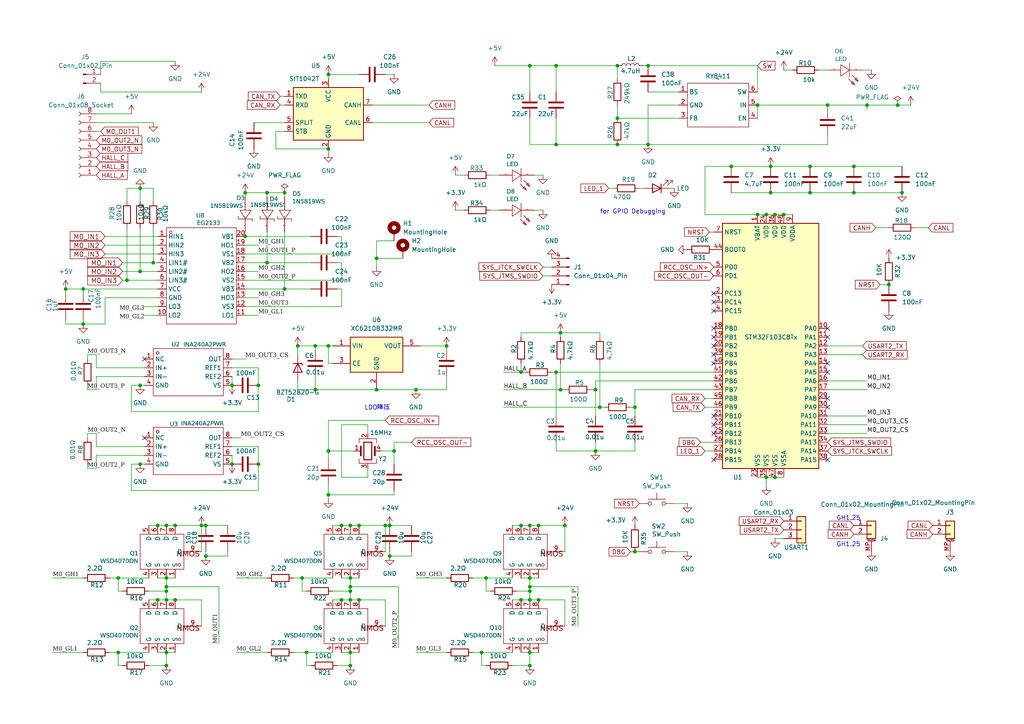
<source format=kicad_sch>
(kicad_sch (version 20231120) (generator "eeschema") (generator_version "8.0")
  (paper "A4")
  (title_block (title "Dribbler FOC Driver") (date "2025-03-30") (rev "1.0.3") (company "First Order SSL 25") (comment 1 "Designed by Jonas Z."))
  (lib_symbols
    (symbol "+3.3V_1" (power) (pin_numbers hide) (pin_names (offset 0) hide)
      (property "Value" "+3.3V" (at 0 3.556 0))
      (symbol "+3.3V_1_1_1"
        (pin power_in line (at 0 0 90) (length 0) (name "~") (number "1"))
      )
    )
    (symbol "+3.3V_2" (power) (pin_numbers hide) (pin_names (offset 0) hide)
      (property "Value" "+3.3V" (at 0 3.556 0))
      (symbol "+3.3V_2_1_1"
        (pin power_in line (at 0 0 90) (length 0) (name "~") (number "1"))
      )
    )
    (symbol "+3.3V_3" (power) (pin_numbers hide) (pin_names (offset 0) hide)
      (property "Value" "+3.3V" (at 0 3.556 0))
      (symbol "+3.3V_3_1_1"
        (pin power_in line (at 0 0 90) (length 0) (name "~") (number "1"))
      )
    )
    (symbol "+3.3V_4" (power) (pin_numbers hide) (pin_names (offset 0) hide)
      (property "Value" "+3.3V" (at 0 3.556 0))
      (symbol "+3.3V_4_1_1"
        (pin power_in line (at 0 0 90) (length 0) (name "~") (number "1"))
      )
    )
    (symbol "+3.3V_6" (power) (pin_numbers hide) (pin_names (offset 0) hide)
      (property "Value" "+3.3V" (at 0 3.556 0))
      (symbol "+3.3V_6_1_1"
        (pin power_in line (at 0 0 90) (length 0) (name "~") (number "1"))
      )
    )
    (symbol "+3.3V_7" (power) (pin_numbers hide) (pin_names (offset 0) hide)
      (property "Value" "+3.3V" (at 0 3.556 0))
      (symbol "+3.3V_7_1_1"
        (pin power_in line (at 0 0 90) (length 0) (name "~") (number "1"))
      )
    )
    (symbol "+3.3V_8" (power) (pin_numbers hide) (pin_names (offset 0) hide)
      (property "Value" "+3.3V" (at 0 3.556 0))
      (symbol "+3.3V_8_1_1"
        (pin power_in line (at 0 0 90) (length 0) (name "~") (number "1"))
      )
    )
    (symbol "Connector:Conn_01x02_Pin" (pin_names (offset 1.016) hide)
      (property "Reference" "J" (at 0 2.54 0))
      (property "Value" "Conn_01x02_Pin" (at 0 -5.08 0))
      (symbol "Conn_01x02_Pin_1_1"
        (pin passive line (at 5.08 0 180) (length 3.81) (name "Pin_1") (number "1"))
        (pin passive line (at 5.08 -2.54 180) (length 3.81) (name "Pin_2") (number "2"))
      )
    )
    (symbol "Connector:Conn_01x04_Pin" (pin_names (offset 1.016) hide)
      (property "Reference" "J" (at 0 5.08 0))
      (property "Value" "Conn_01x04_Pin" (at 0 -7.62 0))
      (symbol "Conn_01x04_Pin_1_1"
        (pin passive line (at 5.08 2.54 180) (length 3.81) (name "Pin_1") (number "1"))
        (pin passive line (at 5.08 0 180) (length 3.81) (name "Pin_2") (number "2"))
        (pin passive line (at 5.08 -2.54 180) (length 3.81) (name "Pin_3") (number "3"))
        (pin passive line (at 5.08 -5.08 180) (length 3.81) (name "Pin_4") (number "4"))
      )
    )
    (symbol "Connector:Conn_01x08_Socket" (pin_names (offset 1.016) hide)
      (property "Reference" "J" (at 0 10.16 0))
      (property "Value" "Conn_01x08_Socket" (at 0 -12.7 0))
      (symbol "Conn_01x08_Socket_1_1"
        (pin passive line (at -5.08 7.62 0) (length 3.81) (name "Pin_1") (number "1"))
        (pin passive line (at -5.08 5.08 0) (length 3.81) (name "Pin_2") (number "2"))
        (pin passive line (at -5.08 2.54 0) (length 3.81) (name "Pin_3") (number "3"))
        (pin passive line (at -5.08 0 0) (length 3.81) (name "Pin_4") (number "4"))
        (pin passive line (at -5.08 -2.54 0) (length 3.81) (name "Pin_5") (number "5"))
        (pin passive line (at -5.08 -5.08 0) (length 3.81) (name "Pin_6") (number "6"))
        (pin passive line (at -5.08 -7.62 0) (length 3.81) (name "Pin_7") (number "7"))
        (pin passive line (at -5.08 -10.16 0) (length 3.81) (name "Pin_8") (number "8"))
      )
    )
    (symbol "Connector_Generic:Conn_01x03" (pin_names (offset 1.016) hide)
      (property "Reference" "J" (at 0 5.08 0))
      (property "Value" "Conn_01x03" (at 0 -5.08 0))
      (symbol "Conn_01x03_1_1"
        (pin passive line (at -5.08 2.54 0) (length 3.81) (name "Pin_1") (number "1"))
        (pin passive line (at -5.08 0 0) (length 3.81) (name "Pin_2") (number "2"))
        (pin passive line (at -5.08 -2.54 0) (length 3.81) (name "Pin_3") (number "3"))
      )
    )
    (symbol "Connector_Generic_MountingPin:Conn_01x02_MountingPin" (pin_names (offset 1.016) hide)
      (property "Reference" "J" (at 0 2.54 0))
      (property "Value" "Conn_01x02_MountingPin" (at 1.27 -5.08 0))
      (symbol "Conn_01x02_MountingPin_1_1"
        (text "Mounting" (at 0 -4.191 0) (effects (font (size 0.381 0.381))))
        (pin passive line (at -5.08 0 0) (length 3.81) (name "Pin_1") (number "1"))
        (pin passive line (at -5.08 -2.54 0) (length 3.81) (name "Pin_2") (number "2"))
        (pin passive line (at 0 -7.62 90) (length 3.048) (name "MountPin") (number "MP"))
      )
    )
    (symbol "Converter_DCDC:RY8411"
      (property "Reference" "RY8411" (at 0.254 8.128 0))
      (symbol "RY8411_1_1"
        (pin input line (at -11.43 3.81 0) (length 2.54) (name "BS") (number "1"))
        (pin input line (at -11.43 0 0) (length 2.54) (name "GND") (number "2"))
        (pin output line (at -11.43 -3.81 0) (length 2.54) (name "FB") (number "3"))
        (pin input line (at 11.43 -3.81 180) (length 2.54) (name "EN") (number "4"))
        (pin input line (at 11.43 0 180) (length 2.54) (name "IN") (number "5"))
        (pin output line (at 11.43 3.81 180) (length 2.54) (name "SW") (number "6"))
      )
    )
    (symbol "Device:C" (pin_numbers hide) (pin_names (offset 0.254))
      (property "Reference" "C" (at 0.635 2.54 0))
      (property "Value" "C" (at 0.635 -2.54 0))
      (symbol "C_1_1"
        (pin passive line (at 0 3.81 270) (length 2.794) (name "~") (number "1"))
        (pin passive line (at 0 -3.81 90) (length 2.794) (name "~") (number "2"))
      )
    )
    (symbol "Device:Crystal_GND23" (pin_names (offset 1.016) hide)
      (property "Reference" "Y" (at 3.175 5.08 0))
      (property "Value" "Crystal_GND23" (at 3.175 3.175 0))
      (symbol "Crystal_GND23_1_1"
        (pin passive line (at -3.81 0 0) (length 1.27) (name "1") (number "1"))
        (pin passive line (at 0 5.08 270) (length 1.27) (name "2") (number "2"))
        (pin passive line (at 0 -5.08 90) (length 1.27) (name "3") (number "3"))
        (pin passive line (at 3.81 0 180) (length 1.27) (name "4") (number "4"))
      )
    )
    (symbol "Device:L" (pin_numbers hide) (pin_names (offset 1.016) hide)
      (property "Reference" "L" (at -1.27 0 90))
      (property "Value" "L" (at 1.905 0 90))
      (symbol "L_1_1"
        (pin passive line (at 0 3.81 270) (length 1.27) (name "1") (number "1"))
        (pin passive line (at 0 -3.81 90) (length 1.27) (name "2") (number "2"))
      )
    )
    (symbol "Device:LED" (pin_numbers hide) (pin_names (offset 1.016) hide)
      (property "Reference" "D" (at 0 2.54 0))
      (property "Value" "LED" (at 0 -2.54 0))
      (symbol "LED_1_1"
        (pin passive line (at -3.81 0 0) (length 2.54) (name "K") (number "1"))
        (pin passive line (at 3.81 0 180) (length 2.54) (name "A") (number "2"))
      )
    )
    (symbol "Device:R" (pin_numbers hide) (pin_names (offset 0))
      (property "Reference" "R" (at 2.032 0 90))
      (property "Value" "R" (at 0 0 90))
      (symbol "R_1_1"
        (pin passive line (at 0 3.81 270) (length 1.27) (name "~") (number "1"))
        (pin passive line (at 0 -3.81 90) (length 1.27) (name "~") (number "2"))
      )
    )
    (symbol "Diode:BZT52Bxx" (pin_numbers hide) (pin_names hide)
      (property "Reference" "D" (at 0 2.54 0))
      (property "Value" "BZT52Bxx" (at 0 -2.54 0))
      (symbol "BZT52Bxx_1_1"
        (pin passive line (at -3.81 0 0) (length 2.54) (name "K") (number "1"))
        (pin passive line (at 3.81 0 180) (length 2.54) (name "A") (number "2"))
      )
    )
    (symbol "GND_1" (power) (pin_numbers hide) (pin_names (offset 0) hide)
      (property "Value" "GND" (at 0 -3.81 0))
      (symbol "GND_1_1_1"
        (pin power_in line (at 0 0 270) (length 0) (name "~") (number "1"))
      )
    )
    (symbol "GND_10" (power) (pin_numbers hide) (pin_names (offset 0) hide)
      (property "Value" "GND" (at 0 -3.81 0))
      (symbol "GND_10_1_1"
        (pin power_in line (at 0 0 270) (length 0) (name "~") (number "1"))
      )
    )
    (symbol "GND_11" (power) (pin_numbers hide) (pin_names (offset 0) hide)
      (property "Value" "GND" (at 0 -3.81 0))
      (symbol "GND_11_1_1"
        (pin power_in line (at 0 0 270) (length 0) (name "~") (number "1"))
      )
    )
    (symbol "GND_12" (power) (pin_numbers hide) (pin_names (offset 0) hide)
      (property "Value" "GND" (at 0 -3.81 0))
      (symbol "GND_12_1_1"
        (pin power_in line (at 0 0 270) (length 0) (name "~") (number "1"))
      )
    )
    (symbol "GND_13" (power) (pin_numbers hide) (pin_names (offset 0) hide)
      (property "Value" "GND" (at 0 -3.81 0))
      (symbol "GND_13_1_1"
        (pin power_in line (at 0 0 270) (length 0) (name "~") (number "1"))
      )
    )
    (symbol "GND_14" (power) (pin_numbers hide) (pin_names (offset 0) hide)
      (property "Value" "GND" (at 0 -3.81 0))
      (symbol "GND_14_1_1"
        (pin power_in line (at 0 0 270) (length 0) (name "~") (number "1"))
      )
    )
    (symbol "GND_15" (power) (pin_numbers hide) (pin_names (offset 0) hide)
      (property "Value" "GND" (at 0 -3.81 0))
      (symbol "GND_15_1_1"
        (pin power_in line (at 0 0 270) (length 0) (name "~") (number "1"))
      )
    )
    (symbol "GND_16" (power) (pin_numbers hide) (pin_names (offset 0) hide)
      (property "Value" "GND" (at 0 -3.81 0))
      (symbol "GND_16_1_1"
        (pin power_in line (at 0 0 270) (length 0) (name "~") (number "1"))
      )
    )
    (symbol "GND_17" (power) (pin_numbers hide) (pin_names (offset 0) hide)
      (property "Value" "GND" (at 0 -3.81 0))
      (symbol "GND_17_1_1"
        (pin power_in line (at 0 0 270) (length 0) (name "~") (number "1"))
      )
    )
    (symbol "GND_18" (power) (pin_numbers hide) (pin_names (offset 0) hide)
      (property "Value" "GND" (at 0 -3.81 0))
      (symbol "GND_18_1_1"
        (pin power_in line (at 0 0 270) (length 0) (name "~") (number "1"))
      )
    )
    (symbol "GND_19" (power) (pin_numbers hide) (pin_names (offset 0) hide)
      (property "Value" "GND" (at 0 -3.81 0))
      (symbol "GND_19_1_1"
        (pin power_in line (at 0 0 270) (length 0) (name "~") (number "1"))
      )
    )
    (symbol "GND_2" (power) (pin_numbers hide) (pin_names (offset 0) hide)
      (property "Value" "GND" (at 0 -3.81 0))
      (symbol "GND_2_1_1"
        (pin power_in line (at 0 0 270) (length 0) (name "~") (number "1"))
      )
    )
    (symbol "GND_20" (power) (pin_numbers hide) (pin_names (offset 0) hide)
      (property "Value" "GND" (at 0 -3.81 0))
      (symbol "GND_20_1_1"
        (pin power_in line (at 0 0 270) (length 0) (name "~") (number "1"))
      )
    )
    (symbol "GND_22" (power) (pin_numbers hide) (pin_names (offset 0) hide)
      (property "Value" "GND" (at 0 -3.81 0))
      (symbol "GND_22_1_1"
        (pin power_in line (at 0 0 270) (length 0) (name "~") (number "1"))
      )
    )
    (symbol "GND_23" (power) (pin_numbers hide) (pin_names (offset 0) hide)
      (property "Value" "GND" (at 0 -3.81 0))
      (symbol "GND_23_1_1"
        (pin power_in line (at 0 0 270) (length 0) (name "~") (number "1"))
      )
    )
    (symbol "GND_24" (power) (pin_numbers hide) (pin_names (offset 0) hide)
      (property "Value" "GND" (at 0 -3.81 0))
      (symbol "GND_24_1_1"
        (pin power_in line (at 0 0 270) (length 0) (name "~") (number "1"))
      )
    )
    (symbol "GND_25" (power) (pin_numbers hide) (pin_names (offset 0) hide)
      (property "Value" "GND" (at 0 -3.81 0))
      (symbol "GND_25_1_1"
        (pin power_in line (at 0 0 270) (length 0) (name "~") (number "1"))
      )
    )
    (symbol "GND_26" (power) (pin_numbers hide) (pin_names (offset 0) hide)
      (property "Value" "GND" (at 0 -3.81 0))
      (symbol "GND_26_1_1"
        (pin power_in line (at 0 0 270) (length 0) (name "~") (number "1"))
      )
    )
    (symbol "GND_27" (power) (pin_numbers hide) (pin_names (offset 0) hide)
      (property "Value" "GND" (at 0 -3.81 0))
      (symbol "GND_27_1_1"
        (pin power_in line (at 0 0 270) (length 0) (name "~") (number "1"))
      )
    )
    (symbol "GND_28" (power) (pin_numbers hide) (pin_names (offset 0) hide)
      (property "Value" "GND" (at 0 -3.81 0))
      (symbol "GND_28_1_1"
        (pin power_in line (at 0 0 270) (length 0) (name "~") (number "1"))
      )
    )
    (symbol "GND_29" (power) (pin_numbers hide) (pin_names (offset 0) hide)
      (property "Value" "GND" (at 0 -3.81 0))
      (symbol "GND_29_1_1"
        (pin power_in line (at 0 0 270) (length 0) (name "~") (number "1"))
      )
    )
    (symbol "GND_3" (power) (pin_numbers hide) (pin_names (offset 0) hide)
      (property "Value" "GND" (at 0 -3.81 0))
      (symbol "GND_3_1_1"
        (pin power_in line (at 0 0 270) (length 0) (name "~") (number "1"))
      )
    )
    (symbol "GND_30" (power) (pin_numbers hide) (pin_names (offset 0) hide)
      (property "Value" "GND" (at 0 -3.81 0))
      (symbol "GND_30_1_1"
        (pin power_in line (at 0 0 270) (length 0) (name "~") (number "1"))
      )
    )
    (symbol "GND_4" (power) (pin_numbers hide) (pin_names (offset 0) hide)
      (property "Value" "GND" (at 0 -3.81 0))
      (symbol "GND_4_1_1"
        (pin power_in line (at 0 0 270) (length 0) (name "~") (number "1"))
      )
    )
    (symbol "GND_6" (power) (pin_numbers hide) (pin_names (offset 0) hide)
      (property "Value" "GND" (at 0 -3.81 0))
      (symbol "GND_6_1_1"
        (pin power_in line (at 0 0 270) (length 0) (name "~") (number "1"))
      )
    )
    (symbol "GND_7" (power) (pin_numbers hide) (pin_names (offset 0) hide)
      (property "Value" "GND" (at 0 -3.81 0))
      (symbol "GND_7_1_1"
        (pin power_in line (at 0 0 270) (length 0) (name "~") (number "1"))
      )
    )
    (symbol "GND_8" (power) (pin_numbers hide) (pin_names (offset 0) hide)
      (property "Value" "GND" (at 0 -3.81 0))
      (symbol "GND_8_1_1"
        (pin power_in line (at 0 0 270) (length 0) (name "~") (number "1"))
      )
    )
    (symbol "GND_9" (power) (pin_numbers hide) (pin_names (offset 0) hide)
      (property "Value" "GND" (at 0 -3.81 0))
      (symbol "GND_9_1_1"
        (pin power_in line (at 0 0 270) (length 0) (name "~") (number "1"))
      )
    )
    (symbol "Interface_CAN_LIN:TCAN334"
      (property "Reference" "U4" (at -5.08 13.97 0))
      (property "Value" "SIT3051ESA" (at -13.97 11.43 0))
      (symbol "TCAN334_1_1"
        (pin input line (at -12.7 5.08 0) (length 2.54) (name "TXD") (number "1"))
        (pin power_in line (at 0 -10.16 90) (length 2.54) (name "GND") (number "2"))
        (pin power_in line (at 0 10.16 270) (length 2.54) (name "VCC") (number "3"))
        (pin tri_state line (at -12.7 2.54 0) (length 2.54) (name "RXD") (number "4"))
        (pin input line (at -12.7 -2.54 0) (length 2.54) (name "SPLIT") (number "5"))
        (pin bidirectional line (at 12.7 -2.54 180) (length 2.54) (name "CANL") (number "6"))
        (pin bidirectional line (at 12.7 2.54 180) (length 2.54) (name "CANH") (number "7"))
        (pin input line (at -12.7 -5.08 0) (length 2.54) (name "STB") (number "8"))
      )
    )
    (symbol "MCU_ST_STM32F1:STM32F103C8Tx"
      (property "Reference" "U" (at -15.24 36.83 0))
      (property "Value" "STM32F103C8Tx" (at 7.62 36.83 0))
      (symbol "STM32F103C8Tx_1_1"
        (pin power_in line (at -5.08 38.1 270) (length 2.54) (name "VBAT") (number "1"))
        (pin bidirectional line (at 15.24 5.08 180) (length 2.54) (name "PA0") (number "10"))
        (pin bidirectional line (at 15.24 2.54 180) (length 2.54) (name "PA1") (number "11"))
        (pin bidirectional line (at 15.24 0 180) (length 2.54) (name "PA2") (number "12"))
        (pin bidirectional line (at 15.24 -2.54 180) (length 2.54) (name "PA3") (number "13"))
        (pin bidirectional line (at 15.24 -5.08 180) (length 2.54) (name "PA4") (number "14"))
        (pin bidirectional line (at 15.24 -7.62 180) (length 2.54) (name "PA5") (number "15"))
        (pin bidirectional line (at 15.24 -10.16 180) (length 2.54) (name "PA6") (number "16"))
        (pin bidirectional line (at 15.24 -12.7 180) (length 2.54) (name "PA7") (number "17"))
        (pin bidirectional line (at -17.78 5.08 0) (length 2.54) (name "PB0") (number "18"))
        (pin bidirectional line (at -17.78 2.54 0) (length 2.54) (name "PB1") (number "19"))
        (pin bidirectional line (at -17.78 15.24 0) (length 2.54) (name "PC13") (number "2"))
        (pin bidirectional line (at -17.78 0 0) (length 2.54) (name "PB2") (number "20"))
        (pin bidirectional line (at -17.78 -20.32 0) (length 2.54) (name "PB10") (number "21"))
        (pin bidirectional line (at -17.78 -22.86 0) (length 2.54) (name "PB11") (number "22"))
        (pin power_in line (at -5.08 -38.1 90) (length 2.54) (name "VSS") (number "23"))
        (pin power_in line (at -2.54 38.1 270) (length 2.54) (name "VDD") (number "24"))
        (pin bidirectional line (at -17.78 -25.4 0) (length 2.54) (name "PB12") (number "25"))
        (pin bidirectional line (at -17.78 -27.94 0) (length 2.54) (name "PB13") (number "26"))
        (pin bidirectional line (at -17.78 -30.48 0) (length 2.54) (name "PB14") (number "27"))
        (pin bidirectional line (at -17.78 -33.02 0) (length 2.54) (name "PB15") (number "28"))
        (pin bidirectional line (at 15.24 -15.24 180) (length 2.54) (name "PA8") (number "29"))
        (pin bidirectional line (at -17.78 12.7 0) (length 2.54) (name "PC14") (number "3"))
        (pin bidirectional line (at 15.24 -17.78 180) (length 2.54) (name "PA9") (number "30"))
        (pin bidirectional line (at 15.24 -20.32 180) (length 2.54) (name "PA10") (number "31"))
        (pin bidirectional line (at 15.24 -22.86 180) (length 2.54) (name "PA11") (number "32"))
        (pin bidirectional line (at 15.24 -25.4 180) (length 2.54) (name "PA12") (number "33"))
        (pin bidirectional line (at 15.24 -27.94 180) (length 2.54) (name "PA13") (number "34"))
        (pin power_in line (at -2.54 -38.1 90) (length 2.54) (name "VSS") (number "35"))
        (pin power_in line (at 0 38.1 270) (length 2.54) (name "VDD") (number "36"))
        (pin bidirectional line (at 15.24 -30.48 180) (length 2.54) (name "PA14") (number "37"))
        (pin bidirectional line (at 15.24 -33.02 180) (length 2.54) (name "PA15") (number "38"))
        (pin bidirectional line (at -17.78 -2.54 0) (length 2.54) (name "PB3") (number "39"))
        (pin bidirectional line (at -17.78 10.16 0) (length 2.54) (name "PC15") (number "4"))
        (pin bidirectional line (at -17.78 -5.08 0) (length 2.54) (name "PB4") (number "40"))
        (pin bidirectional line (at -17.78 -7.62 0) (length 2.54) (name "PB5") (number "41"))
        (pin bidirectional line (at -17.78 -10.16 0) (length 2.54) (name "PB6") (number "42"))
        (pin bidirectional line (at -17.78 -12.7 0) (length 2.54) (name "PB7") (number "43"))
        (pin input line (at -17.78 27.94 0) (length 2.54) (name "BOOT0") (number "44"))
        (pin bidirectional line (at -17.78 -15.24 0) (length 2.54) (name "PB8") (number "45"))
        (pin bidirectional line (at -17.78 -17.78 0) (length 2.54) (name "PB9") (number "46"))
        (pin power_in line (at 0 -38.1 90) (length 2.54) (name "VSS") (number "47"))
        (pin power_in line (at 2.54 38.1 270) (length 2.54) (name "VDD") (number "48"))
        (pin input line (at -17.78 22.86 0) (length 2.54) (name "PD0") (number "5"))
        (pin input line (at -17.78 20.32 0) (length 2.54) (name "PD1") (number "6"))
        (pin input line (at -17.78 33.02 0) (length 2.54) (name "NRST") (number "7"))
        (pin power_in line (at 2.54 -38.1 90) (length 2.54) (name "VSSA") (number "8"))
        (pin power_in line (at 5.08 38.1 270) (length 2.54) (name "VDDA") (number "9"))
      )
    )
    (symbol "Mechanical:MountingHole_Pad" (pin_numbers hide) (pin_names (offset 1.016) hide) (exclude_from_sim yes) (in_bom no)
      (property "Reference" "H" (at 0 6.35 0))
      (property "Value" "MountingHole_Pad" (at 0 4.445 0))
      (symbol "MountingHole_Pad_1_1"
        (pin input line (at 0 -2.54 90) (length 2.54) (name "1") (number "1"))
      )
    )
    (symbol "Regulator_Linear:XC6210B332MR"
      (property "Reference" "U" (at 0 8.89 0))
      (property "Value" "XC6210B332MR" (at 0 6.35 0))
      (symbol "XC6210B332MR_1_1"
        (pin power_in line (at -12.7 2.54 0) (length 5.08) (name "VIN") (number "1"))
        (pin power_in line (at 0 -10.16 90) (length 5.08) (name "GND") (number "2"))
        (pin input line (at -12.7 -2.54 0) (length 5.08) (name "CE") (number "3"))
        (pin no_connect line (at 7.62 -2.54 180) (length 5.08) hide (name "NC") (number "4"))
        (pin power_out line (at 12.7 2.54 180) (length 5.08) (name "VOUT") (number "5"))
      )
    )
    (symbol "SCH_DengFO-easyedapro:17-21SUYC/TR8"
      (property "Reference" "LED" (at 0 0 0))
      (symbol "17-21SUYC/TR8_1_0"
        (pin input line (at -5.08 0 0) (length 3.81) (name "-") (number "1"))
        (pin input line (at 5.08 0 180) (length 3.81) (name "+") (number "2"))
      )
    )
    (symbol "SCH_DengFO-easyedapro:1N5819WS"
      (property "Reference" "D" (at 0 0 0))
      (symbol "1N5819WS_1_0"
        (pin input line (at -5.08 0 0) (length 3.81) (name "C") (number "1"))
        (pin input line (at 5.08 0 180) (length 3.81) (name "A") (number "2"))
      )
    )
    (symbol "SCH_DengFO-easyedapro:EG2133"
      (property "Reference" "U" (at 0 0 0))
      (symbol "EG2133_1_0"
        (pin input line (at -12.7 11.43 0) (length 2.54) (name "HIN1") (number "1"))
        (pin input line (at -12.7 -11.43 0) (length 2.54) (name "LO2") (number "10"))
        (pin input line (at 12.7 -11.43 180) (length 2.54) (name "LO1") (number "11"))
        (pin input line (at 12.7 -8.89 180) (length 2.54) (name "VS3") (number "12"))
        (pin input line (at 12.7 -6.35 180) (length 2.54) (name "HO3") (number "13"))
        (pin input line (at 12.7 -3.81 180) (length 2.54) (name "VB3") (number "14"))
        (pin input line (at 12.7 -1.27 180) (length 2.54) (name "VS2") (number "15"))
        (pin input line (at 12.7 1.27 180) (length 2.54) (name "HO2") (number "16"))
        (pin input line (at 12.7 3.81 180) (length 2.54) (name "VB2") (number "17"))
        (pin input line (at 12.7 6.35 180) (length 2.54) (name "VS1") (number "18"))
        (pin input line (at 12.7 8.89 180) (length 2.54) (name "HO1") (number "19"))
        (pin input line (at -12.7 8.89 0) (length 2.54) (name "HIN2") (number "2"))
        (pin input line (at 12.7 11.43 180) (length 2.54) (name "VB1") (number "20"))
        (pin input line (at -12.7 6.35 0) (length 2.54) (name "HIN3") (number "3"))
        (pin input line (at -12.7 3.81 0) (length 2.54) (name "LIN1#") (number "4"))
        (pin input line (at -12.7 1.27 0) (length 2.54) (name "LIN2#") (number "5"))
        (pin input line (at -12.7 -1.27 0) (length 2.54) (name "LIN3#") (number "6"))
        (pin input line (at -12.7 -3.81 0) (length 2.54) (name "VCC") (number "7"))
        (pin input line (at -12.7 -6.35 0) (length 2.54) (name "GND") (number "8"))
        (pin input line (at -12.7 -8.89 0) (length 2.54) (name "LO3") (number "9"))
      )
    )
    (symbol "SCH_DengFO-easyedapro:INA240A2PWR"
      (property "Reference" "U" (at 0 0 0))
      (symbol "INA240A2PWR_1_0"
        (pin input line (at -12.7 3.81 0) (length 2.54) (name "NC") (number "1"))
        (pin input line (at -12.7 1.27 0) (length 2.54) (name "IN+") (number "2"))
        (pin input line (at -12.7 -1.27 0) (length 2.54) (name "IN-") (number "3"))
        (pin input line (at -12.7 -3.81 0) (length 2.54) (name "GND") (number "4"))
        (pin input line (at 12.7 -3.81 180) (length 2.54) (name "VS") (number "5"))
        (pin input line (at 12.7 -1.27 180) (length 2.54) (name "REF2") (number "6"))
        (pin input line (at 12.7 1.27 180) (length 2.54) (name "REF1") (number "7"))
        (pin input line (at 12.7 3.81 180) (length 2.54) (name "OUT") (number "8"))
      )
    )
    (symbol "SCH_DengFO-easyedapro:WSD4070DN"
      (property "Reference" "Q" (at 0 0 0))
      (symbol "WSD4070DN_1_0"
        (text "NMOS" (at -1.6256 -2.9718 2700) (effects (font (size 1.5748 1.5748)) (justify right bottom)))
        (pin input line (at -7.62 -2.54 0) (length 2.54) (name "S") (number "1"))
        (pin input line (at -7.62 0 0) (length 2.54) (name "S") (number "2"))
        (pin input line (at -7.62 2.54 0) (length 2.54) (name "S") (number "3"))
        (pin input line (at -7.62 5.08 0) (length 2.54) (name "G") (number "4"))
        (pin input line (at 7.62 5.08 180) (length 2.54) (name "D") (number "5"))
        (pin input line (at 7.62 2.54 180) (length 2.54) (name "D") (number "6"))
        (pin input line (at 7.62 0 180) (length 2.54) (name "D") (number "7"))
        (pin input line (at 7.62 -2.54 180) (length 2.54) (name "D") (number "8"))
        (pin input line (at 0 -10.16 90) (length 5.08) (name "D") (number "9"))
      )
    )
    (symbol "Switch:SW_Push" (pin_numbers hide) (pin_names (offset 1.016) hide)
      (property "Reference" "SW" (at 1.27 2.54 0))
      (property "Value" "SW_Push" (at 0 -1.524 0))
      (symbol "SW_Push_0_1"
        (pin passive line (at -5.08 0 0) (length 2.54) (name "1") (number "1"))
        (pin passive line (at 5.08 0 180) (length 2.54) (name "2") (number "2"))
      )
    )
    (symbol "power:+24V" (power) (pin_numbers hide) (pin_names (offset 0) hide)
      (property "Value" "+24V" (at 0 3.556 0))
      (symbol "+24V_1_1"
        (pin power_in line (at 0 0 90) (length 0) (name "~") (number "1"))
      )
    )
    (symbol "power:+5V" (power) (pin_numbers hide) (pin_names (offset 0) hide)
      (property "Value" "+5V" (at 0 3.556 0))
      (symbol "+5V_1_1"
        (pin power_in line (at 0 0 90) (length 0) (name "~") (number "1"))
      )
    )
    (symbol "power:GND" (power) (pin_numbers hide) (pin_names (offset 0) hide)
      (property "Value" "GND" (at 0 -3.81 0))
      (symbol "GND_1_1"
        (pin power_in line (at 0 0 270) (length 0) (name "~") (number "1"))
      )
    )
    (symbol "power:PWR_FLAG" (power) (pin_numbers hide) (pin_names (offset 0) hide)
      (property "Value" "PWR_FLAG" (at 0 3.81 0))
      (symbol "PWR_FLAG_0_0"
        (pin power_out line (at 0 0 90) (length 0) (name "~") (number "1"))
      )
    )
  )
  (junction (at 219.71 30.48))
  (junction (at 153.67 193.04))
  (junction (at 219.71 62.23))
  (junction (at 179.07 41.91))
  (junction (at 71.12 55.88))
  (junction (at 179.07 34.29))
  (junction (at 172.72 130.81))
  (junction (at 224.79 62.23))
  (junction (at 153.67 152.4))
  (junction (at 48.26 171.45))
  (junction (at 91.44 100.33))
  (junction (at 153.67 19.05))
  (junction (at 163.83 152.4))
  (junction (at 261.62 55.88))
  (junction (at 104.14 152.4))
  (junction (at 34.29 189.23))
  (junction (at 48.26 170.18))
  (junction (at 153.67 170.18))
  (junction (at 173.99 118.11))
  (junction (at 95.25 143.51))
  (junction (at 45.72 152.4))
  (junction (at 48.26 152.4))
  (junction (at 184.15 160.02))
  (junction (at 44.45 76.2))
  (junction (at 101.6 189.23))
  (junction (at 139.7 189.23))
  (junction (at 48.26 193.04))
  (junction (at 113.03 161.29))
  (junction (at 227.33 62.23))
  (junction (at 95.25 21.59))
  (junction (at 40.64 54.61))
  (junction (at 74.93 111.76))
  (junction (at 86.36 100.33))
  (junction (at 179.07 19.05))
  (junction (at 104.14 173.99))
  (junction (at 95.25 100.33))
  (junction (at 82.55 83.82))
  (junction (at 58.42 152.4))
  (junction (at 223.52 55.88))
  (junction (at 161.29 19.05))
  (junction (at 67.31 134.62))
  (junction (at 234.95 55.88))
  (junction (at 50.8 173.99))
  (junction (at 247.65 55.88))
  (junction (at 34.29 167.64))
  (junction (at 162.56 113.03))
  (junction (at 156.21 152.4))
  (junction (at 172.72 113.03))
  (junction (at 129.54 100.33))
  (junction (at 88.9 189.23))
  (junction (at 114.3 130.81))
  (junction (at 59.69 161.29))
  (junction (at 50.8 152.4))
  (junction (at 99.06 173.99))
  (junction (at 247.65 48.26))
  (junction (at 120.65 113.03))
  (junction (at 187.96 41.91))
  (junction (at 48.26 189.23))
  (junction (at 45.72 173.99))
  (junction (at 234.95 48.26))
  (junction (at 161.29 41.91))
  (junction (at 240.03 30.48))
  (junction (at 222.25 62.23))
  (junction (at 151.13 107.95))
  (junction (at 187.96 19.05))
  (junction (at 101.6 173.99))
  (junction (at 91.44 113.03))
  (junction (at 153.67 171.45))
  (junction (at 151.13 152.4))
  (junction (at 99.06 152.4))
  (junction (at 74.93 134.62))
  (junction (at 77.47 55.88))
  (junction (at 40.64 111.76))
  (junction (at 48.26 173.99))
  (junction (at 59.69 152.4))
  (junction (at 95.25 130.81))
  (junction (at 109.22 74.93))
  (junction (at 153.67 189.23))
  (junction (at 224.79 138.43))
  (junction (at 87.63 167.64))
  (junction (at 40.64 134.62))
  (junction (at 151.13 173.99))
  (junction (at 153.67 173.99))
  (junction (at 140.97 167.64))
  (junction (at 82.55 55.88))
  (junction (at 161.29 107.95))
  (junction (at 101.6 167.64))
  (junction (at 101.6 171.45))
  (junction (at 223.52 48.26))
  (junction (at 156.21 173.99))
  (junction (at 109.22 113.03))
  (junction (at 113.03 152.4))
  (junction (at 101.6 170.18))
  (junction (at 257.81 82.55))
  (junction (at 40.64 78.74))
  (junction (at 222.25 138.43))
  (junction (at 184.15 118.11))
  (junction (at 19.05 83.82))
  (junction (at 24.13 83.82))
  (junction (at 77.47 76.2))
  (junction (at 48.26 167.64))
  (junction (at 101.6 193.04))
  (junction (at 36.83 81.28))
  (junction (at 260.35 30.48))
  (junction (at 251.46 30.48))
  (junction (at 212.09 48.26))
  (junction (at 153.67 167.64))
  (junction (at 162.56 96.52))
  (junction (at 67.31 111.76))
  (junction (at 71.12 68.58))
  (junction (at 101.6 152.4))
  (junction (at 24.13 93.98))
  (junction (at 95.25 43.18))
  (junction (at 111.76 152.4))
  (no_connect (at 240.03 97.79))
  (no_connect (at 240.03 133.35))
  (no_connect (at 41.91 127))
  (no_connect (at 207.01 105.41))
  (no_connect (at 207.01 97.79))
  (no_connect (at 240.03 107.95))
  (no_connect (at 41.91 104.14))
  (no_connect (at 207.01 102.87))
  (no_connect (at 240.03 115.57))
  (no_connect (at 207.01 85.09))
  (no_connect (at 207.01 100.33))
  (no_connect (at 207.01 90.17))
  (no_connect (at 240.03 118.11))
  (no_connect (at 207.01 87.63))
  (no_connect (at 207.01 125.73))
  (no_connect (at 207.01 120.65))
  (no_connect (at 240.03 95.25))
  (no_connect (at 207.01 133.35))
  (no_connect (at 207.01 123.19))
  (no_connect (at 207.01 95.25))
  (no_connect (at 240.03 105.41))
  (wire (pts (xy 24.13 92.71) (xy 24.13 93.98)))
  (wire (pts (xy 179.07 22.86) (xy 179.07 19.05)))
  (wire (pts (xy 99.06 76.2) (xy 97.79 76.2)))
  (wire (pts (xy 153.67 171.45) (xy 153.67 173.99)))
  (wire (pts (xy 109.22 74.93) (xy 109.22 77.47)))
  (wire (pts (xy 172.72 128.27) (xy 172.72 130.81)))
  (wire (pts (xy 184.15 113.03) (xy 207.01 113.03)))
  (wire (pts (xy 151.13 96.52) (xy 162.56 96.52)))
  (wire (pts (xy 182.88 160.02) (xy 184.15 160.02)))
  (wire (pts (xy 99.06 173.99) (xy 96.52 173.99)))
  (wire (pts (xy 86.36 110.49) (xy 86.36 113.03)))
  (wire (pts (xy 156.21 173.99) (xy 163.83 173.99)))
  (wire (pts (xy 162.56 96.52) (xy 162.56 97.79)))
  (wire (pts (xy 153.67 170.18) (xy 153.67 167.64)))
  (wire (pts (xy 132.08 50.8) (xy 134.62 50.8)))
  (wire (pts (xy 35.56 81.28) (xy 36.83 81.28)))
  (wire (pts (xy 153.67 26.67) (xy 153.67 19.05)))
  (wire (pts (xy 87.63 171.45) (xy 88.9 171.45)))
  (wire (pts (xy 48.26 189.23) (xy 45.72 189.23)))
  (wire (pts (xy 19.05 85.09) (xy 19.05 83.82)))
  (wire (pts (xy 95.25 100.33) (xy 95.25 105.41)))
  (wire (pts (xy 68.58 189.23) (xy 77.47 189.23)))
  (wire (pts (xy 137.16 189.23) (xy 139.7 189.23)))
  (wire (pts (xy 205.74 67.31) (xy 207.01 67.31)))
  (wire (pts (xy 162.56 105.41) (xy 162.56 113.03)))
  (wire (pts (xy 120.65 113.03) (xy 129.54 113.03)))
  (wire (pts (xy 204.47 118.11) (xy 207.01 118.11)))
  (wire (pts (xy 95.25 130.81) (xy 95.25 133.35)))
  (wire (pts (xy 97.79 83.82) (xy 99.06 83.82)))
  (wire (pts (xy 111.76 121.92) (xy 95.25 121.92)))
  (wire (pts (xy 187.96 41.91) (xy 240.03 41.91)))
  (wire (pts (xy 187.96 30.48) (xy 187.96 41.91)))
  (wire (pts (xy 142.24 60.96) (xy 144.78 60.96)))
  (wire (pts (xy 146.05 107.95) (xy 151.13 107.95)))
  (wire (pts (xy 151.13 105.41) (xy 151.13 107.95)))
  (wire (pts (xy 66.04 161.29) (xy 66.04 160.02)))
  (wire (pts (xy 227.33 20.32) (xy 229.87 20.32)))
  (wire (pts (xy 38.1 134.62) (xy 38.1 142.24)))
  (wire (pts (xy 151.13 107.95) (xy 152.4 107.95)))
  (wire (pts (xy 240.03 120.65) (xy 251.46 120.65)))
  (wire (pts (xy 74.93 129.54) (xy 67.31 129.54)))
  (wire (pts (xy 106.68 123.19) (xy 99.06 123.19)))
  (wire (pts (xy 173.99 118.11) (xy 175.26 118.11)))
  (wire (pts (xy 160.02 77.47) (xy 157.48 77.47)))
  (wire (pts (xy 119.38 152.4) (xy 113.03 152.4)))
  (wire (pts (xy 43.18 171.45) (xy 48.26 171.45)))
  (wire (pts (xy 34.29 167.64) (xy 43.18 167.64)))
  (wire (pts (xy 40.64 111.76) (xy 41.91 111.76)))
  (wire (pts (xy 71.12 73.66) (xy 99.06 73.66)))
  (wire (pts (xy 38.1 33.02) (xy 27.94 33.02)))
  (wire (pts (xy 63.5 170.18) (xy 48.26 170.18)))
  (wire (pts (xy 240.03 113.03) (xy 251.46 113.03)))
  (wire (pts (xy 148.59 193.04) (xy 153.67 193.04)))
  (wire (pts (xy 82.55 55.88) (xy 77.47 55.88)))
  (wire (pts (xy 204.47 62.23) (xy 204.47 48.26)))
  (wire (pts (xy 15.24 189.23) (xy 24.13 189.23)))
  (wire (pts (xy 80.01 43.18) (xy 95.25 43.18)))
  (wire (pts (xy 109.22 74.93) (xy 116.84 74.93)))
  (wire (pts (xy 85.09 189.23) (xy 88.9 189.23)))
  (wire (pts (xy 29.21 24.13) (xy 29.21 26.67)))
  (wire (pts (xy 40.64 78.74) (xy 45.72 78.74)))
  (wire (pts (xy 101.6 167.64) (xy 101.6 170.18)))
  (wire (pts (xy 97.79 193.04) (xy 101.6 193.04)))
  (wire (pts (xy 251.46 30.48) (xy 260.35 30.48)))
  (wire (pts (xy 172.72 130.81) (xy 184.15 130.81)))
  (wire (pts (xy 172.72 113.03) (xy 171.45 113.03)))
  (wire (pts (xy 87.63 167.64) (xy 96.52 167.64)))
  (wire (pts (xy 154.94 50.8) (xy 157.48 50.8)))
  (wire (pts (xy 50.8 173.99) (xy 48.26 173.99)))
  (wire (pts (xy 44.45 76.2) (xy 45.72 76.2)))
  (wire (pts (xy 185.42 54.61) (xy 186.69 54.61)))
  (wire (pts (xy 176.53 54.61) (xy 177.8 54.61)))
  (wire (pts (xy 140.97 171.45) (xy 140.97 167.64)))
  (wire (pts (xy 161.29 107.95) (xy 207.01 107.95)))
  (wire (pts (xy 224.79 156.21) (xy 227.33 156.21)))
  (wire (pts (xy 50.8 152.4) (xy 48.26 152.4)))
  (wire (pts (xy 99.06 68.58) (xy 99.06 73.66)))
  (wire (pts (xy 59.69 152.4) (xy 58.42 152.4)))
  (wire (pts (xy 153.67 170.18) (xy 167.64 170.18)))
  (wire (pts (xy 91.44 109.22) (xy 91.44 113.03)))
  (wire (pts (xy 115.57 170.18) (xy 115.57 187.96)))
  (wire (pts (xy 90.17 83.82) (xy 82.55 83.82)))
  (wire (pts (xy 107.95 30.48) (xy 124.46 30.48)))
  (wire (pts (xy 172.72 110.49) (xy 172.72 113.03)))
  (wire (pts (xy 114.3 130.81) (xy 114.3 128.27)))
  (wire (pts (xy 25.4 113.03) (xy 27.94 113.03)))
  (wire (pts (xy 95.25 21.59) (xy 104.14 21.59)))
  (wire (pts (xy 74.93 106.68) (xy 67.31 106.68)))
  (wire (pts (xy 71.12 67.31) (xy 71.12 68.58)))
  (wire (pts (xy 186.69 19.05) (xy 187.96 19.05)))
  (wire (pts (xy 153.67 41.91) (xy 161.29 41.91)))
  (wire (pts (xy 30.48 68.58) (xy 45.72 68.58)))
  (wire (pts (xy 34.29 193.04) (xy 35.56 193.04)))
  (wire (pts (xy 204.47 130.81) (xy 207.01 130.81)))
  (wire (pts (xy 30.48 73.66) (xy 45.72 73.66)))
  (wire (pts (xy 160.02 107.95) (xy 161.29 107.95)))
  (wire (pts (xy 114.3 69.85) (xy 109.22 69.85)))
  (wire (pts (xy 219.71 26.67) (xy 219.71 19.05)))
  (wire (pts (xy 27.94 132.08) (xy 41.91 132.08)))
  (wire (pts (xy 25.4 125.73) (xy 27.94 125.73)))
  (wire (pts (xy 111.76 152.4) (xy 104.14 152.4)))
  (wire (pts (xy 69.85 127) (xy 67.31 127)))
  (wire (pts (xy 204.47 115.57) (xy 207.01 115.57)))
  (wire (pts (xy 25.4 102.87) (xy 25.4 104.14)))
  (wire (pts (xy 114.3 130.81) (xy 114.3 134.62)))
  (wire (pts (xy 77.47 55.88) (xy 71.12 55.88)))
  (wire (pts (xy 161.29 19.05) (xy 161.29 26.67)))
  (wire (pts (xy 151.13 97.79) (xy 151.13 96.52)))
  (wire (pts (xy 29.21 26.67) (xy 58.42 26.67)))
  (wire (pts (xy 95.25 100.33) (xy 96.52 100.33)))
  (wire (pts (xy 19.05 83.82) (xy 24.13 83.82)))
  (wire (pts (xy 71.12 88.9) (xy 99.06 88.9)))
  (wire (pts (xy 107.95 35.56) (xy 124.46 35.56)))
  (wire (pts (xy 27.94 113.03) (xy 27.94 109.22)))
  (wire (pts (xy 172.72 113.03) (xy 172.72 120.65)))
  (wire (pts (xy 161.29 130.81) (xy 172.72 130.81)))
  (wire (pts (xy 29.21 17.78) (xy 50.8 17.78)))
  (wire (pts (xy 146.05 113.03) (xy 162.56 113.03)))
  (wire (pts (xy 142.24 50.8) (xy 144.78 50.8)))
  (wire (pts (xy 30.48 93.98) (xy 30.48 86.36)))
  (wire (pts (xy 161.29 34.29) (xy 161.29 41.91)))
  (wire (pts (xy 77.47 76.2) (xy 71.12 76.2)))
  (wire (pts (xy 222.25 138.43) (xy 224.79 138.43)))
  (wire (pts (xy 73.66 35.56) (xy 82.55 35.56)))
  (wire (pts (xy 182.88 118.11) (xy 184.15 118.11)))
  (wire (pts (xy 113.03 161.29) (xy 113.03 160.02)))
  (wire (pts (xy 173.99 96.52) (xy 173.99 97.79)))
  (wire (pts (xy 48.26 189.23) (xy 48.26 193.04)))
  (wire (pts (xy 179.07 41.91) (xy 187.96 41.91)))
  (wire (pts (xy 121.92 100.33) (xy 129.54 100.33)))
  (wire (pts (xy 27.94 109.22) (xy 41.91 109.22)))
  (wire (pts (xy 257.81 82.55) (xy 255.27 82.55)))
  (wire (pts (xy 140.97 171.45) (xy 142.24 171.45)))
  (wire (pts (xy 106.68 125.73) (xy 106.68 123.19)))
  (wire (pts (xy 50.8 189.23) (xy 48.26 189.23)))
  (wire (pts (xy 148.59 152.4) (xy 151.13 152.4)))
  (wire (pts (xy 86.36 100.33) (xy 91.44 100.33)))
  (wire (pts (xy 82.55 67.31) (xy 82.55 83.82)))
  (wire (pts (xy 27.94 129.54) (xy 41.91 129.54)))
  (wire (pts (xy 222.25 140.97) (xy 222.25 138.43)))
  (wire (pts (xy 101.6 171.45) (xy 101.6 173.99)))
  (wire (pts (xy 199.39 146.05) (xy 195.58 146.05)))
  (wire (pts (xy 129.54 100.33) (xy 129.54 101.6)))
  (wire (pts (xy 114.3 21.59) (xy 111.76 21.59)))
  (wire (pts (xy 45.72 152.4) (xy 43.18 152.4)))
  (wire (pts (xy 146.05 118.11) (xy 173.99 118.11)))
  (wire (pts (xy 101.6 167.64) (xy 99.06 167.64)))
  (wire (pts (xy 251.46 31.75) (xy 251.46 30.48)))
  (wire (pts (xy 199.39 160.02) (xy 195.58 160.02)))
  (wire (pts (xy 219.71 19.05) (xy 187.96 19.05)))
  (wire (pts (xy 227.33 62.23) (xy 229.87 62.23)))
  (wire (pts (xy 240.03 100.33) (xy 250.19 100.33)))
  (wire (pts (xy 240.03 39.37) (xy 240.03 41.91)))
  (wire (pts (xy 184.15 128.27) (xy 184.15 130.81)))
  (wire (pts (xy 234.95 55.88) (xy 247.65 55.88)))
  (wire (pts (xy 179.07 30.48) (xy 179.07 34.29)))
  (wire (pts (xy 240.03 110.49) (xy 251.46 110.49)))
  (wire (pts (xy 30.48 86.36) (xy 45.72 86.36)))
  (wire (pts (xy 219.71 62.23) (xy 222.25 62.23)))
  (wire (pts (xy 19.05 93.98) (xy 19.05 92.71)))
  (wire (pts (xy 99.06 152.4) (xy 96.52 152.4)))
  (wire (pts (xy 96.52 171.45) (xy 101.6 171.45)))
  (wire (pts (xy 88.9 193.04) (xy 88.9 189.23)))
  (wire (pts (xy 140.97 167.64) (xy 148.59 167.64)))
  (wire (pts (xy 247.65 48.26) (xy 261.62 48.26)))
  (wire (pts (xy 240.03 102.87) (xy 250.19 102.87)))
  (wire (pts (xy 36.83 54.61) (xy 40.64 54.61)))
  (wire (pts (xy 88.9 189.23) (xy 96.52 189.23)))
  (wire (pts (xy 223.52 55.88) (xy 234.95 55.88)))
  (wire (pts (xy 71.12 81.28) (xy 99.06 81.28)))
  (wire (pts (xy 45.72 173.99) (xy 43.18 173.99)))
  (wire (pts (xy 184.15 120.65) (xy 184.15 118.11)))
  (wire (pts (xy 38.1 119.38) (xy 74.93 119.38)))
  (wire (pts (xy 120.65 167.64) (xy 129.54 167.64)))
  (wire (pts (xy 101.6 189.23) (xy 101.6 193.04)))
  (wire (pts (xy 104.14 189.23) (xy 101.6 189.23)))
  (wire (pts (xy 67.31 132.08) (xy 67.31 134.62)))
  (wire (pts (xy 35.56 78.74) (xy 40.64 78.74)))
  (wire (pts (xy 48.26 173.99) (xy 45.72 173.99)))
  (wire (pts (xy 58.42 173.99) (xy 50.8 173.99)))
  (wire (pts (xy 74.93 111.76) (xy 74.93 106.68)))
  (wire (pts (xy 129.54 109.22) (xy 129.54 113.03)))
  (wire (pts (xy 104.14 173.99) (xy 101.6 173.99)))
  (wire (pts (xy 240.03 30.48) (xy 251.46 30.48)))
  (wire (pts (xy 143.51 19.05) (xy 153.67 19.05)))
  (wire (pts (xy 99.06 138.43) (xy 106.68 138.43)))
  (wire (pts (xy 30.48 71.12) (xy 45.72 71.12)))
  (wire (pts (xy 38.1 142.24) (xy 74.93 142.24)))
  (wire (pts (xy 260.35 30.48) (xy 264.16 30.48)))
  (wire (pts (xy 120.65 189.23) (xy 129.54 189.23)))
  (wire (pts (xy 224.79 62.23) (xy 227.33 62.23)))
  (wire (pts (xy 59.69 160.02) (xy 59.69 161.29)))
  (wire (pts (xy 153.67 173.99) (xy 156.21 173.99)))
  (wire (pts (xy 67.31 104.14) (xy 71.12 104.14)))
  (wire (pts (xy 97.79 68.58) (xy 99.06 68.58)))
  (wire (pts (xy 148.59 173.99) (xy 151.13 173.99)))
  (wire (pts (xy 58.42 160.02) (xy 58.42 152.4)))
  (wire (pts (xy 172.72 110.49) (xy 207.01 110.49)))
  (wire (pts (xy 101.6 173.99) (xy 99.06 173.99)))
  (wire (pts (xy 234.95 48.26) (xy 247.65 48.26)))
  (wire (pts (xy 153.67 189.23) (xy 156.21 189.23)))
  (wire (pts (xy 95.25 21.59) (xy 95.25 22.86)))
  (wire (pts (xy 91.44 113.03) (xy 109.22 113.03)))
  (wire (pts (xy 74.93 78.74) (xy 71.12 78.74)))
  (wire (pts (xy 153.67 170.18) (xy 153.67 171.45)))
  (wire (pts (xy 184.15 160.02) (xy 185.42 160.02)))
  (wire (pts (xy 212.09 55.88) (xy 223.52 55.88)))
  (wire (pts (xy 153.67 34.29) (xy 153.67 41.91)))
  (wire (pts (xy 81.28 30.48) (xy 82.55 30.48)))
  (wire (pts (xy 204.47 48.26) (xy 212.09 48.26)))
  (wire (pts (xy 71.12 68.58) (xy 90.17 68.58)))
  (wire (pts (xy 247.65 55.88) (xy 261.62 55.88)))
  (wire (pts (xy 80.01 38.1) (xy 80.01 43.18)))
  (wire (pts (xy 149.86 171.45) (xy 153.67 171.45)))
  (wire (pts (xy 151.13 152.4) (xy 153.67 152.4)))
  (wire (pts (xy 224.79 138.43) (xy 227.33 138.43)))
  (wire (pts (xy 237.49 20.32) (xy 240.03 20.32)))
  (wire (pts (xy 139.7 189.23) (xy 148.59 189.23)))
  (wire (pts (xy 27.94 102.87) (xy 27.94 106.68)))
  (wire (pts (xy 254 66.04) (xy 257.81 66.04)))
  (wire (pts (xy 173.99 105.41) (xy 173.99 118.11)))
  (wire (pts (xy 38.1 111.76) (xy 38.1 119.38)))
  (wire (pts (xy 101.6 170.18) (xy 101.6 171.45)))
  (wire (pts (xy 74.93 71.12) (xy 71.12 71.12)))
  (wire (pts (xy 91.44 101.6) (xy 91.44 100.33)))
  (wire (pts (xy 161.29 19.05) (xy 179.07 19.05)))
  (wire (pts (xy 203.2 128.27) (xy 207.01 128.27)))
  (wire (pts (xy 96.52 105.41) (xy 95.25 105.41)))
  (wire (pts (xy 90.17 76.2) (xy 77.47 76.2)))
  (wire (pts (xy 88.9 193.04) (xy 90.17 193.04)))
  (wire (pts (xy 219.71 30.48) (xy 240.03 30.48)))
  (wire (pts (xy 63.5 170.18) (xy 63.5 186.69)))
  (wire (pts (xy 41.91 134.62) (xy 40.64 134.62)))
  (wire (pts (xy 34.29 171.45) (xy 35.56 171.45)))
  (wire (pts (xy 82.55 83.82) (xy 71.12 83.82)))
  (wire (pts (xy 132.08 60.96) (xy 134.62 60.96)))
  (wire (pts (xy 24.13 85.09) (xy 24.13 83.82)))
  (wire (pts (xy 114.3 128.27) (xy 119.38 128.27)))
  (wire (pts (xy 119.38 160.02) (xy 119.38 161.29)))
  (wire (pts (xy 114.3 130.81) (xy 110.49 130.81)))
  (wire (pts (xy 86.36 113.03) (xy 91.44 113.03)))
  (wire (pts (xy 25.4 102.87) (xy 27.94 102.87)))
  (wire (pts (xy 161.29 128.27) (xy 161.29 130.81)))
  (wire (pts (xy 15.24 167.64) (xy 24.13 167.64)))
  (wire (pts (xy 113.03 152.4) (xy 111.76 152.4)))
  (wire (pts (xy 119.38 161.29) (xy 113.03 161.29)))
  (wire (pts (xy 40.64 54.61) (xy 40.64 58.42)))
  (wire (pts (xy 212.09 48.26) (xy 223.52 48.26)))
  (wire (pts (xy 40.64 54.61) (xy 44.45 54.61)))
  (wire (pts (xy 86.36 102.87) (xy 86.36 100.33)))
  (wire (pts (xy 250.19 20.32) (xy 252.73 20.32)))
  (wire (pts (xy 81.28 27.94) (xy 82.55 27.94)))
  (wire (pts (xy 35.56 76.2) (xy 44.45 76.2)))
  (wire (pts (xy 25.4 111.76) (xy 25.4 113.03)))
  (wire (pts (xy 153.67 189.23) (xy 153.67 193.04)))
  (wire (pts (xy 240.03 125.73) (xy 251.46 125.73)))
  (wire (pts (xy 269.24 66.04) (xy 265.43 66.04)))
  (wire (pts (xy 74.93 134.62) (xy 74.93 129.54)))
  (wire (pts (xy 41.91 88.9) (xy 45.72 88.9)))
  (wire (pts (xy 156.21 152.4) (xy 163.83 152.4)))
  (wire (pts (xy 82.55 38.1) (xy 80.01 38.1)))
  (wire (pts (xy 24.13 93.98) (xy 19.05 93.98)))
  (wire (pts (xy 27.94 106.68) (xy 41.91 106.68)))
  (wire (pts (xy 38.1 111.76) (xy 40.64 111.76)))
  (wire (pts (xy 27.94 125.73) (xy 27.94 129.54)))
  (wire (pts (xy 74.93 86.36) (xy 71.12 86.36)))
  (wire (pts (xy 85.09 167.64) (xy 87.63 167.64)))
  (wire (pts (xy 111.76 173.99) (xy 111.76 181.61)))
  (wire (pts (xy 25.4 135.89) (xy 27.94 135.89)))
  (wire (pts (xy 48.26 170.18) (xy 48.26 171.45)))
  (wire (pts (xy 109.22 113.03) (xy 120.65 113.03)))
  (wire (pts (xy 104.14 167.64) (xy 101.6 167.64)))
  (wire (pts (xy 67.31 109.22) (xy 67.31 111.76)))
  (wire (pts (xy 101.6 152.4) (xy 99.06 152.4)))
  (wire (pts (xy 44.45 54.61) (xy 44.45 58.42)))
  (wire (pts (xy 95.25 44.45) (xy 95.25 43.18)))
  (wire (pts (xy 99.06 83.82) (xy 99.06 88.9)))
  (wire (pts (xy 101.6 189.23) (xy 99.06 189.23)))
  (wire (pts (xy 74.93 119.38) (xy 74.93 111.76)))
  (wire (pts (xy 50.8 167.64) (xy 48.26 167.64)))
  (wire (pts (xy 74.93 142.24) (xy 74.93 134.62)))
  (wire (pts (xy 151.13 173.99) (xy 153.67 173.99)))
  (wire (pts (xy 151.13 189.23) (xy 153.67 189.23)))
  (wire (pts (xy 40.64 66.04) (xy 40.64 78.74)))
  (wire (pts (xy 48.26 167.64) (xy 48.26 170.18)))
  (wire (pts (xy 36.83 81.28) (xy 45.72 81.28)))
  (wire (pts (xy 167.64 181.61) (xy 167.64 170.18)))
  (wire (pts (xy 44.45 66.04) (xy 44.45 76.2)))
  (wire (pts (xy 43.18 193.04) (xy 48.26 193.04)))
  (wire (pts (xy 154.94 60.96) (xy 157.48 60.96)))
  (wire (pts (xy 71.12 55.88) (xy 71.12 57.15)))
  (wire (pts (xy 29.21 21.59) (xy 29.21 17.78)))
  (wire (pts (xy 48.26 171.45) (xy 48.26 173.99)))
  (wire (pts (xy 48.26 152.4) (xy 45.72 152.4)))
  (wire (pts (xy 87.63 171.45) (xy 87.63 167.64)))
  (wire (pts (xy 27.94 135.89) (xy 27.94 132.08)))
  (wire (pts (xy 36.83 66.04) (xy 36.83 81.28)))
  (wire (pts (xy 111.76 152.4) (xy 111.76 160.02)))
  (wire (pts (xy 40.64 134.62) (xy 38.1 134.62)))
  (wire (pts (xy 179.07 34.29) (xy 196.85 34.29)))
  (wire (pts (xy 25.4 134.62) (xy 25.4 135.89)))
  (wire (pts (xy 163.83 113.03) (xy 162.56 113.03)))
  (wire (pts (xy 104.14 152.4) (xy 101.6 152.4)))
  (wire (pts (xy 29.21 38.1) (xy 27.94 38.1)))
  (wire (pts (xy 99.06 123.19) (xy 99.06 138.43)))
  (wire (pts (xy 153.67 19.05) (xy 161.29 19.05)))
  (wire (pts (xy 111.76 173.99) (xy 104.14 173.99)))
  (wire (pts (xy 31.75 167.64) (xy 34.29 167.64)))
  (wire (pts (xy 24.13 93.98) (xy 30.48 93.98)))
  (wire (pts (xy 95.25 140.97) (xy 95.25 143.51)))
  (wire (pts (xy 187.96 26.67) (xy 196.85 26.67)))
  (wire (pts (xy 160.02 80.01) (xy 157.48 80.01)))
  (wire (pts (xy 151.13 167.64) (xy 153.67 167.64)))
  (wire (pts (xy 240.03 123.19) (xy 251.46 123.19)))
  (wire (pts (xy 115.57 170.18) (xy 101.6 170.18)))
  (wire (pts (xy 77.47 67.31) (xy 77.47 76.2)))
  (wire (pts (xy 137.16 167.64) (xy 140.97 167.64)))
  (wire (pts (xy 195.58 54.61) (xy 194.31 54.61)))
  (wire (pts (xy 106.68 138.43) (xy 106.68 135.89)))
  (wire (pts (xy 219.71 138.43) (xy 222.25 138.43)))
  (wire (pts (xy 59.69 161.29) (xy 66.04 161.29)))
  (wire (pts (xy 95.25 143.51) (xy 95.25 144.78)))
  (wire (pts (xy 204.47 62.23) (xy 219.71 62.23)))
  (wire (pts (xy 82.55 57.15) (xy 82.55 55.88)))
  (wire (pts (xy 25.4 125.73) (xy 25.4 127)))
  (wire (pts (xy 34.29 193.04) (xy 34.29 189.23)))
  (wire (pts (xy 163.83 152.4) (xy 163.83 160.02)))
  (wire (pts (xy 77.47 57.15) (xy 77.47 55.88)))
  (wire (pts (xy 240.03 30.48) (xy 240.03 31.75)))
  (wire (pts (xy 50.8 152.4) (xy 58.42 152.4)))
  (wire (pts (xy 99.06 81.28) (xy 99.06 76.2)))
  (wire (pts (xy 34.29 171.45) (xy 34.29 167.64)))
  (wire (pts (xy 219.71 30.48) (xy 219.71 34.29)))
  (wire (pts (xy 91.44 100.33) (xy 95.25 100.33)))
  (wire (pts (xy 114.3 142.24) (xy 114.3 143.51)))
  (wire (pts (xy 161.29 107.95) (xy 161.29 120.65)))
  (wire (pts (xy 95.25 130.81) (xy 102.87 130.81)))
  (wire (pts (xy 44.45 35.56) (xy 27.94 35.56)))
  (wire (pts (xy 68.58 167.64) (xy 77.47 167.64)))
  (wire (pts (xy 139.7 193.04) (xy 140.97 193.04)))
  (wire (pts (xy 58.42 173.99) (xy 58.42 181.61)))
  (wire (pts (xy 161.29 41.91) (xy 179.07 41.91)))
  (wire (pts (xy 153.67 167.64) (xy 156.21 167.64)))
  (wire (pts (xy 31.75 189.23) (xy 34.29 189.23)))
  (wire (pts (xy 139.7 193.04) (xy 139.7 189.23)))
  (wire (pts (xy 109.22 69.85) (xy 109.22 74.93)))
  (wire (pts (xy 163.83 181.61) (xy 163.83 173.99)))
  (wire (pts (xy 223.52 48.26) (xy 234.95 48.26)))
  (wire (pts (xy 24.13 83.82) (xy 45.72 83.82)))
  (wire (pts (xy 153.67 152.4) (xy 156.21 152.4)))
  (wire (pts (xy 41.91 91.44) (xy 45.72 91.44)))
  (wire (pts (xy 36.83 58.42) (xy 36.83 54.61)))
  (wire (pts (xy 114.3 143.51) (xy 95.25 143.51)))
  (wire (pts (xy 196.85 30.48) (xy 187.96 30.48)))
  (wire (pts (xy 222.25 62.23) (xy 224.79 62.23)))
  (wire (pts (xy 66.04 152.4) (xy 59.69 152.4)))
  (wire (pts (xy 74.93 91.44) (xy 71.12 91.44)))
  (wire (pts (xy 34.29 189.23) (xy 43.18 189.23)))
  (wire (pts (xy 48.26 167.64) (xy 45.72 167.64)))
  (wire (pts (xy 162.56 96.52) (xy 173.99 96.52)))
  (wire (pts (xy 95.25 121.92) (xy 95.25 130.81)))
  (wire (pts (xy 184.15 113.03) (xy 184.15 118.11)))
  (text "GH1.25" (at 242.57 158.75 0) (effects (font (size 1.27 1.27)) (justify left bottom)))
  (text "GH1.25" (at 242.57 151.13 0) (effects (font (size 1.27 1.27)) (justify left bottom)))
  (text "LDO降压" (at 109.474 118.364 0) (effects (font (size 1.27 1.27))))
  (text "for GPIO Debugging" (at 173.99 62.23 0) (effects (font (size 1.27 1.27)) (justify left bottom)))
  (label "M0_OUT2_CS" (at 251.46 125.73 0))
  (label "M0_OUT1" (at 63.5 186.69 90) (effects (font (size 1.2192 1.2192))))
  (label "M0_OUT3_CS" (at 71.12 104.14 0))
  (label "M0_OUT2_P" (at 115.57 187.96 90) (effects (font (size 1.2192 1.2192))))
  (label "M0_OUT2_N" (at 25.4 125.73 0) (effects (font (size 1.2192 1.2192))))
  (label "M0_IN3" (at 251.46 120.65 0))
  (label "M0_GH2" (at 74.93 78.74 0) (effects (font (size 1.2192 1.2192))))
  (label "M0_GL3" (at 41.91 88.9 180) (effects (font (size 1.2192 1.2192))))
  (label "M0_OUT3" (at 74.93 88.9 0) (effects (font (size 1.2192 1.2192))))
  (label "M0_GL3" (at 120.65 189.23 0) (effects (font (size 1.2192 1.2192))))
  (label "M0_OUT3_P" (at 167.64 181.61 90) (effects (font (size 1.2192 1.2192))))
  (label "M0_OUT3_N" (at 25.4 102.87 0) (effects (font (size 1.2192 1.2192))))
  (label "M0_GH1" (at 15.24 167.64 0) (effects (font (size 1.2192 1.2192))))
  (label "M0_GH3" (at 120.65 167.64 0) (effects (font (size 1.2192 1.2192))))
  (label "M0_OUT1_P" (at 74.93 73.66 0) (effects (font (size 1.2192 1.2192))))
  (label "M0_OUT3_P" (at 25.4 113.03 0) (effects (font (size 1.2192 1.2192))))
  (label "M0_OUT2_P" (at 74.93 81.28 0) (effects (font (size 1.2192 1.2192))))
  (label "M0_GL1" (at 15.24 189.23 0) (effects (font (size 1.2192 1.2192))))
  (label "M0_GL2" (at 41.91 91.44 180) (effects (font (size 1.2192 1.2192))))
  (label "M0_GL1" (at 74.93 91.44 0) (effects (font (size 1.2192 1.2192))))
  (label "HALL_C" (at 146.05 118.11 0))
  (label "HALL_B" (at 146.05 113.03 0))
  (label "M0_GH3" (at 74.93 86.36 0) (effects (font (size 1.2192 1.2192))))
  (label "M0_IN1" (at 251.46 110.49 0))
  (label "HALL_A" (at 146.05 107.95 0))
  (label "M0_OUT2_CS" (at 69.85 127 0))
  (label "M0_IN2" (at 251.46 113.03 0))
  (label "M0_GH2" (at 68.58 167.64 0) (effects (font (size 1.2192 1.2192))))
  (label "M0_GL2" (at 68.58 189.23 0) (effects (font (size 1.2192 1.2192))))
  (label "M0_OUT3_CS" (at 251.46 123.19 0))
  (label "M0_GH1" (at 74.93 71.12 0) (effects (font (size 1.2192 1.2192))))
  (label "M0_OUT2_P" (at 25.4 135.89 0) (effects (font (size 1.2192 1.2192))))
  (global_label "CANL" (shape input) (at 247.65 152.4 180) (property "Intersheetrefs" "${INTERSHEET_REFS}" (effects (hide yes))))
  (global_label "M0_IN3" (shape input) (at 35.56 81.28 180) (effects (font (size 1.397 1.397))) (property "Intersheetrefs" "${INTERSHEET_REFS}" (effects (hide yes))))
  (global_label "USART2_TX" (shape input) (at 250.19 100.33 0) (property "Intersheetrefs" "${INTERSHEET_REFS}" (effects (hide yes))))
  (global_label "CAN_TX" (shape input) (at 81.28 27.94 180) (property "Intersheetrefs" "${INTERSHEET_REFS}" (effects (hide yes))))
  (global_label "CANH" (shape input) (at 124.46 30.48 0) (property "Intersheetrefs" "${INTERSHEET_REFS}" (effects (hide yes))))
  (global_label "USART2_RX" (shape input) (at 250.19 102.87 0) (property "Intersheetrefs" "${INTERSHEET_REFS}" (effects (hide yes))))
  (global_label "NRST" (shape input) (at 185.42 146.05 180) (property "Intersheetrefs" "${INTERSHEET_REFS}" (effects (hide yes))))
  (global_label "HALL_B" (shape input) (at 27.94 48.26 0) (property "Intersheetrefs" "${INTERSHEET_REFS}" (effects (hide yes))))
  (global_label "CAN_RX" (shape input) (at 81.28 30.48 180) (property "Intersheetrefs" "${INTERSHEET_REFS}" (effects (hide yes))))
  (global_label "M0_IN2" (shape input) (at 35.56 78.74 180) (effects (font (size 1.397 1.397))) (property "Intersheetrefs" "${INTERSHEET_REFS}" (effects (hide yes))))
  (global_label "CANL" (shape input) (at 124.46 35.56 0) (property "Intersheetrefs" "${INTERSHEET_REFS}" (effects (hide yes))))
  (global_label "SYS_JTCK_SWCLK" (shape input) (at 240.03 130.81 0) (property "Intersheetrefs" "${INTERSHEET_REFS}" (effects (hide yes))))
  (global_label "LED_1" (shape input) (at 176.53 54.61 180) (property "Intersheetrefs" "${INTERSHEET_REFS}" (effects (hide yes))))
  (global_label "SYS_JTMS_SWDIO" (shape input) (at 157.48 80.01 180) (property "Intersheetrefs" "${INTERSHEET_REFS}" (effects (hide yes))))
  (global_label "NRST" (shape input) (at 255.27 82.55 180) (property "Intersheetrefs" "${INTERSHEET_REFS}" (effects (hide yes))))
  (global_label "CANL" (shape input) (at 269.24 66.04 0) (property "Intersheetrefs" "${INTERSHEET_REFS}" (effects (hide yes))))
  (global_label "M0_OUT3_N" (shape input) (at 27.94 43.18 0) (property "Intersheetrefs" "${INTERSHEET_REFS}" (effects (hide yes))))
  (global_label "M0_IN2" (shape input) (at 30.48 71.12 180) (effects (font (size 1.397 1.397))) (property "Intersheetrefs" "${INTERSHEET_REFS}" (effects (hide yes))))
  (global_label "M0_IN1" (shape input) (at 35.56 76.2 180) (effects (font (size 1.397 1.397))) (property "Intersheetrefs" "${INTERSHEET_REFS}" (effects (hide yes))))
  (global_label "SW" (shape input) (at 219.71 19.05 0) (property "Intersheetrefs" "${INTERSHEET_REFS}" (effects (hide yes))))
  (global_label "CANL" (shape input) (at 270.51 152.4 180) (property "Intersheetrefs" "${INTERSHEET_REFS}" (effects (hide yes))))
  (global_label "DBG" (shape input) (at 203.2 128.27 180) (property "Intersheetrefs" "${INTERSHEET_REFS}" (effects (hide yes))))
  (global_label "LED_1" (shape input) (at 204.47 130.81 180) (property "Intersheetrefs" "${INTERSHEET_REFS}" (effects (hide yes))))
  (global_label "HALL_A" (shape input) (at 27.94 50.8 0) (property "Intersheetrefs" "${INTERSHEET_REFS}" (effects (hide yes))))
  (global_label "RCC_OSC_OUT-" (shape input) (at 119.38 128.27 0) (property "Intersheetrefs" "${INTERSHEET_REFS}" (effects (hide yes))))
  (global_label "NRST" (shape input) (at 205.74 67.31 180) (property "Intersheetrefs" "${INTERSHEET_REFS}" (effects (hide yes))))
  (global_label "M0_IN3" (shape input) (at 30.48 73.66 180) (effects (font (size 1.397 1.397))) (property "Intersheetrefs" "${INTERSHEET_REFS}" (effects (hide yes))))
  (global_label "M0_IN1" (shape input) (at 30.48 68.58 180) (effects (font (size 1.397 1.397))) (property "Intersheetrefs" "${INTERSHEET_REFS}" (effects (hide yes))))
  (global_label "USART2_RX" (shape input) (at 227.33 151.13 180) (property "Intersheetrefs" "${INTERSHEET_REFS}" (effects (hide yes))))
  (global_label "SYS_JTMS_SWDIO" (shape input) (at 240.03 128.27 0) (property "Intersheetrefs" "${INTERSHEET_REFS}" (effects (hide yes))))
  (global_label "CANH" (shape input) (at 270.51 154.94 180) (property "Intersheetrefs" "${INTERSHEET_REFS}" (effects (hide yes))))
  (global_label "M0_OUT1" (shape input) (at 29.21 38.1 0) (property "Intersheetrefs" "${INTERSHEET_REFS}" (effects (hide yes))))
  (global_label "RCC_OSC_OUT-" (shape input) (at 207.01 80.01 180) (property "Intersheetrefs" "${INTERSHEET_REFS}" (effects (hide yes))))
  (global_label "CAN_RX" (shape input) (at 204.47 115.57 180) (property "Intersheetrefs" "${INTERSHEET_REFS}" (effects (hide yes))))
  (global_label "USART2_TX" (shape input) (at 227.33 153.67 180) (property "Intersheetrefs" "${INTERSHEET_REFS}" (effects (hide yes))))
  (global_label "SYS_JTCK_SWCLK" (shape input) (at 157.48 77.47 180) (property "Intersheetrefs" "${INTERSHEET_REFS}" (effects (hide yes))))
  (global_label "RCC_OSC_IN+" (shape input) (at 207.01 77.47 180) (property "Intersheetrefs" "${INTERSHEET_REFS}" (effects (hide yes))))
  (global_label "CAN_TX" (shape input) (at 204.47 118.11 180) (property "Intersheetrefs" "${INTERSHEET_REFS}" (effects (hide yes))))
  (global_label "CANH" (shape input) (at 254 66.04 180) (property "Intersheetrefs" "${INTERSHEET_REFS}" (effects (hide yes))))
  (global_label "M0_OUT2_N" (shape input) (at 27.94 40.64 0) (property "Intersheetrefs" "${INTERSHEET_REFS}" (effects (hide yes))))
  (global_label "HALL_C" (shape input) (at 27.94 45.72 0) (property "Intersheetrefs" "${INTERSHEET_REFS}" (effects (hide yes))))
  (global_label "CANH" (shape input) (at 247.65 154.94 180) (property "Intersheetrefs" "${INTERSHEET_REFS}" (effects (hide yes))))
  (global_label "DBG" (shape input) (at 182.88 160.02 180) (property "Intersheetrefs" "${INTERSHEET_REFS}" (effects (hide yes))))
  (global_label "RCC_OSC_IN+" (shape input) (at 111.76 121.92 0) (property "Intersheetrefs" "${INTERSHEET_REFS}" (effects (hide yes))))
  (symbol (lib_id "Connector:Conn_01x08_Socket") (at 22.86 43.18 180) (unit 1)
    (property "Reference" "J6" (at 23.495 27.94 0))
    (property "Value" "Conn_01x08_Socket" (at 23.495 30.48 0))
    (property "Footprint" "Connector_JST:JST_PH_S8B-PH-SM4-TB_1x08-1MP_P2.00mm_Horizontal" (effects (hide yes)))
    (property "Description" "Generic connector, single row, 01x08, script generated" (effects (hide yes)))
  )
  (symbol (lib_id "Device:L") (at 182.88 19.05 90) (unit 1)
    (property "Reference" "L2" (at 183.134 17.018 90))
    (property "Value" "4.7uH" (at 182.88 20.574 90))
    (property "Footprint" "Inductor_SMD:L_Changjiang_FNR4020S" (effects (hide yes)))
    (property "Description" "Inductor" (effects (hide yes)))
  )
  (symbol (lib_id "SCH_DengFO-easyedapro:WSD4070DN") (at 153.67 181.61 90) (unit 1)
    (property "Reference" "Q10" (at 145.5166 182.8038 90) (effects (font (size 1.2192 1.2192)) (justify left top)))
    (property "Value" "WSD4070DN" (at 145.542 185.0644 90) (effects (font (size 1.2192 1.2192)) (justify left top)))
    (property "Footprint" "Package_DFN_QFN:DFN-8-1EP_3x3mm_P0.5mm_EP1.65x2.38mm" (effects (hide yes)))
    (property "Manufacturer Part" "WSD4070DN" (effects (hide yes)))
    (property "Manufacturer" "Winsok Semicon" (effects (hide yes)))
    (property "Supplier Part" "C719095" (effects (hide yes)))
    (property "Supplier" "LCSC" (effects (hide yes)))
    (property "Add into BOM" "yes" (effects (hide yes)))
    (property "Convert to PCB" "yes" (effects (hide yes)))
    (property "Origin Footprint" "PDFN3333-8_L3.1-W3.2-P0.65-LS3.4-BL" (effects (hide yes)))
  )
  (symbol (lib_id "Device:R") (at 162.56 101.6 180) (unit 1)
    (property "Reference" "R4" (at 160.528 99.822 90) (effects (justify left)))
    (property "Value" "4.7kΩ" (at 165.354 98.806 90) (effects (justify left)))
    (property "Footprint" "Resistor_SMD:R_0603_1608Metric_Pad0.98x0.95mm_HandSolder" (effects (hide yes)))
  )
  (symbol (lib_id "Device:C") (at 223.52 52.07 0) (unit 1)
    (property "Reference" "C11" (at 227.33 50.7999 0) (effects (justify left)))
    (property "Value" "100nF" (at 227.33 53.3399 0) (effects (justify left)))
    (property "Footprint" "Capacitor_SMD:C_0603_1608Metric_Pad1.08x0.95mm_HandSolder" (effects (hide yes)))
  )
  (symbol (lib_id "Mechanical:MountingHole_Pad") (at 114.3 67.31 0) (unit 1) (exclude_from_sim yes) (in_bom no)
    (property "Reference" "H1" (at 116.84 64.7699 0) (effects (justify left)))
    (property "Value" "MountingHole" (at 116.84 67.3099 0) (effects (justify left)))
    (property "Footprint" "MountingHole:MountingHole_3.2mm_M3_Pad" (effects (hide yes)))
    (property "Description" "Mounting Hole with connection" (effects (hide yes)))
  )
  (symbol (lib_id "power:GND") (at 44.45 35.56 0) (unit 1)
    (property "Reference" "#PWR056" (effects (hide yes)))
    (property "Value" "GND" (at 44.45 40.64 0))
    (property "Description" "Power symbol creates a global label with name \"GND\" , ground" (effects (hide yes)))
  )
  (symbol (lib_id "Device:C") (at 257.81 86.36 0) (unit 1)
    (property "Reference" "C8" (at 261.62 85.0899 0) (effects (justify left)))
    (property "Value" "100nF" (at 261.62 87.6299 0) (effects (justify left)))
    (property "Footprint" "Capacitor_SMD:C_0603_1608Metric_Pad1.08x0.95mm_HandSolder" (effects (hide yes)))
    (property "Description" "Unpolarized capacitor" (effects (hide yes)))
  )
  (symbol (lib_id "Device:R") (at 44.45 62.23 0) (unit 1)
    (property "Reference" "R30" (at 46.482 64.008 90) (effects (justify left)))
    (property "Value" "10kΩ" (at 48.006 64.516 90) (effects (justify left)))
    (property "Footprint" "Resistor_SMD:R_0603_1608Metric_Pad0.98x0.95mm_HandSolder" (effects (hide yes)))
  )
  (symbol (lib_id "Device:C") (at 184.15 124.46 0) (unit 1)
    (property "Reference" "C5" (at 181.356 122.174 0) (effects (justify left)))
    (property "Value" "0.01u" (at 181.356 126.746 0) (effects (justify left)))
    (property "Footprint" "Capacitor_SMD:C_0603_1608Metric_Pad1.08x0.95mm_HandSolder" (effects (hide yes)))
    (property "Description" "Unpolarized capacitor" (effects (hide yes)))
  )
  (symbol (lib_id "Device:R") (at 233.68 20.32 90) (unit 1)
    (property "Reference" "R10" (at 235.458 18.288 90) (effects (justify left)))
    (property "Value" "10k" (at 236.474 23.114 90) (effects (justify left)))
    (property "Footprint" "Resistor_SMD:R_0603_1608Metric_Pad0.98x0.95mm_HandSolder" (effects (hide yes)))
  )
  (symbol (lib_name "GND_4") (lib_id "power:GND") (at 113.03 161.29 0) (unit 1)
    (property "Reference" "#PWR025" (effects (hide yes)))
    (property "Value" "GND" (at 113.03 166.37 0))
    (property "Description" "Power symbol creates a global label with name \"GND\" , ground" (effects (hide yes)))
  )
  (symbol (lib_id "Device:R") (at 257.81 78.74 180) (unit 1)
    (property "Reference" "R32" (at 260.35 78.74 90))
    (property "Value" "10K" (at 255.016 78.232 90))
    (property "Footprint" "Resistor_SMD:R_0603_1608Metric_Pad0.98x0.95mm_HandSolder" (effects (hide yes)))
    (property "Description" "Resistor" (effects (hide yes)))
  )
  (symbol (lib_id "Device:R") (at 138.43 60.96 90) (unit 1)
    (property "Reference" "R34" (at 140.208 58.928 90) (effects (justify left)))
    (property "Value" "1kΩ" (at 141.224 63.754 90) (effects (justify left)))
    (property "Footprint" "Resistor_SMD:R_0603_1608Metric_Pad0.98x0.95mm_HandSolder" (effects (hide yes)))
  )
  (symbol (lib_name "GND_28") (lib_id "power:GND") (at 199.39 72.39 270) (unit 1)
    (property "Reference" "#PWR053" (effects (hide yes)))
    (property "Value" "GND" (at 195.58 72.3899 90) (effects (justify right)))
    (property "Description" "Power symbol creates a global label with name \"GND\" , ground" (effects (hide yes)))
  )
  (symbol (lib_name "GND_6") (lib_id "power:GND") (at 120.65 113.03 0) (unit 1)
    (property "Reference" "#PWR06" (effects (hide yes)))
    (property "Value" "GND" (at 120.65 118.11 0))
    (property "Description" "Power symbol creates a global label with name \"GND\" , ground" (effects (hide yes)))
  )
  (symbol (lib_id "Device:R") (at 39.37 193.04 270) (unit 1)
    (property "Reference" "R17" (at 37.592 195.072 90) (effects (justify left)))
    (property "Value" "10kΩ" (at 36.576 190.246 90) (effects (justify left)))
    (property "Footprint" "Resistor_SMD:R_0603_1608Metric_Pad0.98x0.95mm_HandSolder" (effects (hide yes)))
  )
  (symbol (lib_id "Device:R") (at 151.13 101.6 180) (unit 1)
    (property "Reference" "R2" (at 149.098 99.822 90) (effects (justify left)))
    (property "Value" "4.7kΩ" (at 153.924 98.806 90) (effects (justify left)))
    (property "Footprint" "Resistor_SMD:R_0603_1608Metric_Pad0.98x0.95mm_HandSolder" (effects (hide yes)))
  )
  (symbol (lib_id "Device:R") (at 146.05 171.45 270) (unit 1)
    (property "Reference" "R24" (at 144.272 173.482 90) (effects (justify left)))
    (property "Value" "10kΩ" (at 143.256 168.656 90) (effects (justify left)))
    (property "Footprint" "Resistor_SMD:R_0603_1608Metric_Pad0.98x0.95mm_HandSolder" (effects (hide yes)))
  )
  (symbol (lib_id "Device:C") (at 129.54 105.41 180) (unit 1)
    (property "Reference" "C2" (at 126.492 103.124 0) (effects (justify right)))
    (property "Value" "1u" (at 126.746 107.95 0) (effects (justify right)))
    (property "Footprint" "Capacitor_SMD:C_0603_1608Metric_Pad1.08x0.95mm_HandSolder" (effects (hide yes)))
    (property "Description" "Unpolarized capacitor" (effects (hide yes)))
  )
  (symbol (lib_id "Device:R") (at 181.61 54.61 270) (unit 1)
    (property "Reference" "R19" (at 180.34 52.07 90) (effects (justify left)))
    (property "Value" "470Ω" (at 177.8 57.15 90) (effects (justify left)))
    (property "Footprint" "Resistor_SMD:R_0603_1608Metric_Pad0.98x0.95mm_HandSolder" (effects (hide yes)))
  )
  (symbol (lib_name "GND_2") (lib_id "power:GND") (at 40.64 134.62 0) (unit 1)
    (property "Reference" "#PWR023" (effects (hide yes)))
    (property "Value" "GND" (at 40.64 139.7 0))
    (property "Description" "Power symbol creates a global label with name \"GND\" , ground" (effects (hide yes)))
  )
  (symbol (lib_id "Device:R") (at 138.43 50.8 90) (unit 1)
    (property "Reference" "R33" (at 140.208 48.768 90) (effects (justify left)))
    (property "Value" "1kΩ" (at 141.224 53.594 90) (effects (justify left)))
    (property "Footprint" "Resistor_SMD:R_0603_1608Metric_Pad0.98x0.95mm_HandSolder" (effects (hide yes)))
  )
  (symbol (lib_name "GND_25") (lib_id "power:GND") (at 261.62 55.88 0) (unit 1)
    (property "Reference" "#PWR033" (effects (hide yes)))
    (property "Value" "GND" (at 261.62 60.96 0))
    (property "Description" "Power symbol creates a global label with name \"GND\" , ground" (effects (hide yes)))
  )
  (symbol (lib_name "GND_1") (lib_id "power:GND") (at 48.26 193.04 0) (unit 1)
    (property "Reference" "#PWR030" (effects (hide yes)))
    (property "Value" "GND" (at 48.26 198.12 0))
    (property "Description" "Power symbol creates a global label with name \"GND\" , ground" (effects (hide yes)))
  )
  (symbol (lib_id "Device:C") (at 172.72 124.46 0) (unit 1)
    (property "Reference" "C4" (at 169.672 122.174 0) (effects (justify left)))
    (property "Value" "0.01u" (at 169.672 126.746 0) (effects (justify left)))
    (property "Footprint" "Capacitor_SMD:C_0603_1608Metric_Pad1.08x0.95mm_HandSolder" (effects (hide yes)))
    (property "Description" "Unpolarized capacitor" (effects (hide yes)))
  )
  (symbol (lib_id "Switch:SW_Push") (at 190.5 160.02 0) (unit 1)
    (property "Reference" "SW2" (at 191.008 152.654 0))
    (property "Value" "SW_Push" (at 193.294 154.94 0))
    (property "Footprint" "Button_Switch_SMD:SW_SPST_SKQG_WithoutStem" (effects (hide yes)))
    (property "Description" "Push button switch, generic, two pins" (effects (hide yes)))
  )
  (symbol (lib_name "+3.3V_1") (lib_id "power:+3.3V") (at 184.15 152.4 0) (unit 1)
    (property "Reference" "#PWR052" (effects (hide yes)))
    (property "Value" "+3.3V" (at 178.562 150.876 0))
    (property "Description" "Power symbol creates a global label with name \"+3.3V\"" (effects (hide yes)))
  )
  (symbol (lib_id "Device:R") (at 81.28 167.64 270) (unit 1)
    (property "Reference" "R11" (at 79.502 169.672 90) (effects (justify left)))
    (property "Value" "2.2Ω" (at 78.486 164.846 90) (effects (justify left)))
    (property "Footprint" "Resistor_SMD:R_0603_1608Metric_Pad0.98x0.95mm_HandSolder" (effects (hide yes)))
  )
  (symbol (lib_id "Interface_CAN_LIN:TCAN334") (at 95.25 33.02 0) (unit 1)
    (property "Reference" "U5" (at 90.17 19.05 0) (effects (justify left)))
    (property "Value" "SIT1042T" (at 83.82 22.86 0) (effects (justify left)))
    (property "Footprint" "Package_SO:SOP-8_3.9x4.9mm_P1.27mm" (effects (hide yes)))
    (property "Datasheet" "http://www.ti.com/lit/ds/symlink/tcan337.pdf" (effects (hide yes)))
  )
  (symbol (lib_name "GND_12") (lib_id "power:GND") (at 199.39 146.05 0) (unit 1)
    (property "Reference" "#PWR08" (effects (hide yes)))
    (property "Value" "GND" (at 199.39 151.13 0))
    (property "Description" "Power symbol creates a global label with name \"GND\" , ground" (effects (hide yes)))
  )
  (symbol (lib_name "GND_3") (lib_id "power:GND") (at 40.64 111.76 0) (unit 1)
    (property "Reference" "#PWR022" (effects (hide yes)))
    (property "Value" "GND" (at 40.64 116.84 0))
    (property "Description" "Power symbol creates a global label with name \"GND\" , ground" (effects (hide yes)))
  )
  (symbol (lib_id "Device:R") (at 261.62 66.04 90) (unit 1)
    (property "Reference" "R18" (at 263.398 64.008 90) (effects (justify left)))
    (property "Value" "120Ω" (at 264.414 68.834 90) (effects (justify left)))
    (property "Footprint" "Resistor_SMD:R_0603_1608Metric_Pad0.98x0.95mm_HandSolder" (effects (hide yes)))
  )
  (symbol (lib_id "Device:C") (at 261.62 52.07 0) (unit 1)
    (property "Reference" "C12" (at 265.43 50.7999 0) (effects (justify left)))
    (property "Value" "100nF" (at 265.43 53.3399 0) (effects (justify left)))
    (property "Footprint" "Capacitor_SMD:C_0603_1608Metric_Pad1.08x0.95mm_HandSolder" (effects (hide yes)))
  )
  (symbol (lib_name "GND_26") (lib_id "power:GND") (at 40.64 54.61 180) (unit 1)
    (property "Reference" "#PWR010" (effects (hide yes)))
    (property "Value" "GND" (at 40.64 49.53 0))
    (property "Description" "Power symbol creates a global label with name \"GND\" , ground" (effects (hide yes)))
  )
  (symbol (lib_id "Device:C") (at 71.12 134.62 90) (unit 1)
    (property "Reference" "C15" (at 72.644 138.43 90))
    (property "Value" "100nF" (at 71.374 130.81 90))
    (property "Footprint" "Capacitor_SMD:C_0603_1608Metric_Pad1.08x0.95mm_HandSolder" (effects (hide yes)))
  )
  (symbol (lib_id "Device:R") (at 36.83 62.23 0) (unit 1)
    (property "Reference" "R28" (at 32.512 63.754 90) (effects (justify left)))
    (property "Value" "10kΩ" (at 34.544 64.262 90) (effects (justify left)))
    (property "Footprint" "Resistor_SMD:R_0603_1608Metric_Pad0.98x0.95mm_HandSolder" (effects (hide yes)))
  )
  (symbol (lib_name "+3.3V_7") (lib_id "power:+3.3V") (at 160.02 82.55 180) (unit 1)
    (property "Reference" "#PWR038" (effects (hide yes)))
    (property "Value" "+3.3V" (at 160.02 87.63 0))
    (property "Description" "Power symbol creates a global label with name \"+3.3V\"" (effects (hide yes)))
  )
  (symbol (lib_id "Converter_DCDC:RY8411") (at 208.28 30.48 0) (unit 1)
    (property "Reference" "RY8411" (at 208.28 22.098 0))
    (property "Value" "~" (at 208.28 22.86 0))
    (property "Footprint" "Package_TO_SOT_SMD:SOT-23-6_Handsoldering" (effects (hide yes)))
  )
  (symbol (lib_id "Connector:Conn_01x04_Pin") (at 165.1 80.01 180) (unit 1)
    (property "Reference" "J1" (at 166.37 77.4699 0) (effects (justify right)))
    (property "Value" "Conn_01x04_Pin" (at 166.37 80.0099 0) (effects (justify right)))
    (property "Footprint" "Connector_Molex:Molex_PicoBlade_53261-0471_1x04-1MP_P1.25mm_Horizontal" (effects (hide yes)))
    (property "Description" "Generic connector, single row, 01x04, script generated" (effects (hide yes)))
  )
  (symbol (lib_id "SCH_DengFO-easyedapro:1N5819WS") (at 71.12 62.23 90) (unit 1)
    (property "Reference" "D3" (at 68.58 58.166 90) (effects (font (size 1.2192 1.2192)) (justify right top)))
    (property "Value" "1N5819WS" (at 70.612 60.452 90) (effects (font (size 1.2192 1.2192)) (justify left top)))
    (property "Footprint" "Diode_SMD:D_SOD-323_HandSoldering" (effects (hide yes)))
    (property "Manufacturer Part" "1N5819WS" (effects (hide yes)))
    (property "Manufacturer" "Guangdong Hottech" (effects (hide yes)))
    (property "Supplier Part" "C191023" (effects (hide yes)))
    (property "Supplier" "LCSC" (effects (hide yes)))
    (property "Add into BOM" "yes" (effects (hide yes)))
    (property "Convert to PCB" "yes" (effects (hide yes)))
    (property "Origin Footprint" "SOD-323_L1.8-W1.3-LS2.5-RD" (effects (hide yes)))
  )
  (symbol (lib_name "+3.3V_4") (lib_id "power:+3.3V") (at 129.54 100.33 0) (unit 1)
    (property "Reference" "#PWR07" (effects (hide yes)))
    (property "Value" "+3.3V" (at 129.54 95.25 0))
    (property "Description" "Power symbol creates a global label with name \"+3.3V\"" (effects (hide yes)))
  )
  (symbol (lib_name "GND_13") (lib_id "power:GND") (at 153.67 193.04 0) (unit 1)
    (property "Reference" "#PWR015" (effects (hide yes)))
    (property "Value" "GND" (at 153.67 198.12 0))
    (property "Description" "Power symbol creates a global label with name \"GND\" , ground" (effects (hide yes)))
  )
  (symbol (lib_name "GND_22") (lib_id "power:GND") (at 160.02 74.93 180) (unit 1)
    (property "Reference" "#PWR034" (effects (hide yes)))
    (property "Value" "GND" (at 160.02 69.85 0))
    (property "Description" "Power symbol creates a global label with name \"GND\" , ground" (effects (hide yes)))
  )
  (symbol (lib_name "GND_15") (lib_id "power:GND") (at 252.73 160.02 0) (unit 1)
    (property "Reference" "#PWR036" (effects (hide yes)))
    (property "Value" "GND" (at 252.73 165.1 0))
    (property "Description" "Power symbol creates a global label with name \"GND\" , ground" (effects (hide yes)))
  )
  (symbol (lib_id "SCH_DengFO-easyedapro:EG2133") (at 58.42 80.01 0) (unit 1)
    (property "Reference" "U8" (at 56.9214 63.2206 0) (effects (font (size 1.2192 1.2192)) (justify left bottom)))
    (property "Value" "EG2133" (at 56.896 65.4304 0) (effects (font (size 1.2192 1.2192)) (justify left bottom)))
    (property "Footprint" "Package_SO:TSSOP-20-1EP_4.4x6.5mm_P0.65mm_EP2.15x3.35mm" (effects (hide yes)))
    (property "Manufacturer Part" "EG2133" (effects (hide yes)))
    (property "Manufacturer" "EG Micro" (effects (hide yes)))
    (property "Supplier Part" "C190343" (effects (hide yes)))
    (property "Supplier" "LCSC" (effects (hide yes)))
    (property "Add into BOM" "yes" (effects (hide yes)))
    (property "Convert to PCB" "yes" (effects (hide yes)))
    (property "Origin Footprint" "TSSOP-20_L6.5-W4.4-P0.65-LS6.4-BL" (effects (hide yes)))
  )
  (symbol (lib_name "GND_20") (lib_id "power:GND") (at 252.73 20.32 0) (unit 1)
    (property "Reference" "#PWR011" (effects (hide yes)))
    (property "Value" "GND" (at 252.73 25.4 0))
    (property "Description" "Power symbol creates a global label with name \"GND\" , ground" (effects (hide yes)))
  )
  (symbol (lib_id "Device:C") (at 19.05 88.9 0) (unit 1)
    (property "Reference" "C16" (at 14.224 88.392 90))
    (property "Value" "1uF" (at 16.002 88.646 90))
    (property "Footprint" "Capacitor_SMD:C_0603_1608Metric_Pad1.08x0.95mm_HandSolder" (effects (hide yes)))
  )
  (symbol (lib_id "Device:Crystal_GND23") (at 106.68 130.81 0) (unit 1)
    (property "Reference" "Y2" (at 110.998 133.096 0))
    (property "Value" "16MHz" (at 110.49 125.476 0))
    (property "Footprint" "Crystal:Crystal_SMD_SeikoEpson_TSX3225-4Pin_3.2x2.5mm" (effects (hide yes)))
    (property "Description" "Four pin crystal, GND on pins 2 and 3" (effects (hide yes)))
  )
  (symbol (lib_id "Device:R") (at 92.71 171.45 270) (unit 1)
    (property "Reference" "R22" (at 90.932 173.482 90) (effects (justify left)))
    (property "Value" "10kΩ" (at 89.916 168.656 90) (effects (justify left)))
    (property "Footprint" "Resistor_SMD:R_0603_1608Metric_Pad0.98x0.95mm_HandSolder" (effects (hide yes)))
  )
  (symbol (lib_name "+3.3V_2") (lib_id "power:+3.3V") (at 67.31 134.62 180) (unit 1)
    (property "Reference" "#PWR028" (effects (hide yes)))
    (property "Value" "+3.3V" (at 67.31 139.7 0))
    (property "Description" "Power symbol creates a global label with name \"+3.3V\"" (effects (hide yes)))
  )
  (symbol (lib_id "Device:C") (at 114.3 138.43 0) (unit 1)
    (property "Reference" "C28" (at 107.95 137.16 0) (effects (justify left)))
    (property "Value" "20p" (at 107.95 139.7 0) (effects (justify left)))
    (property "Footprint" "Resistor_SMD:R_0603_1608Metric_Pad0.98x0.95mm_HandSolder" (effects (hide yes)))
    (property "Description" "Unpolarized capacitor" (effects (hide yes)))
  )
  (symbol (lib_id "Device:C") (at 93.98 68.58 270) (unit 1)
    (property "Reference" "C22" (at 99.06 63.5 90))
    (property "Value" "100nF" (at 99.06 66.04 90))
    (property "Footprint" "Capacitor_SMD:C_0603_1608Metric_Pad1.08x0.95mm_HandSolder" (effects (hide yes)))
  )
  (symbol (lib_id "Mechanical:MountingHole_Pad") (at 116.84 72.39 0) (unit 1) (exclude_from_sim yes) (in_bom no)
    (property "Reference" "H2" (at 119.38 69.8499 0) (effects (justify left)))
    (property "Value" "MountingHole" (at 119.38 72.3899 0) (effects (justify left)))
    (property "Footprint" "MountingHole:MountingHole_3.2mm_M3_Pad" (effects (hide yes)))
    (property "Description" "Mounting Hole with connection" (effects (hide yes)))
  )
  (symbol (lib_name "GND_19") (lib_id "power:GND") (at 195.58 54.61 0) (unit 1)
    (property "Reference" "#PWR040" (effects (hide yes)))
    (property "Value" "GND" (at 195.58 59.69 0))
    (property "Description" "Power symbol creates a global label with name \"GND\" , ground" (effects (hide yes)))
  )
  (symbol (lib_id "SCH_DengFO-easyedapro:WSD4070DN") (at 48.26 181.61 90) (unit 1)
    (property "Reference" "Q2" (at 40.1066 182.8038 90) (effects (font (size 1.2192 1.2192)) (justify left top)))
    (property "Value" "WSD4070DN" (at 40.132 185.0644 90) (effects (font (size 1.2192 1.2192)) (justify left top)))
    (property "Footprint" "Package_DFN_QFN:DFN-8-1EP_3x3mm_P0.5mm_EP1.65x2.38mm" (effects (hide yes)))
    (property "Manufacturer Part" "WSD4070DN" (effects (hide yes)))
    (property "Manufacturer" "Winsok Semicon" (effects (hide yes)))
    (property "Supplier Part" "C719095" (effects (hide yes)))
    (property "Supplier" "LCSC" (effects (hide yes)))
    (property "Add into BOM" "yes" (effects (hide yes)))
    (property "Convert to PCB" "yes" (effects (hide yes)))
    (property "Origin Footprint" "PDFN3333-8_L3.1-W3.2-P0.65-LS3.4-BL" (effects (hide yes)))
  )
  (symbol (lib_id "Device:R") (at 25.4 107.95 180) (unit 1)
    (property "Reference" "R7" (at 23.368 106.172 90) (effects (justify left)))
    (property "Value" "0.01Ω" (at 21.336 104.648 90) (effects (justify left)))
    (property "Footprint" "Capacitor_SMD:C_1206_3216Metric" (effects (hide yes)))
  )
  (symbol (lib_id "Device:C") (at 107.95 21.59 270) (unit 1)
    (property "Reference" "C26" (at 113.03 16.51 90))
    (property "Value" "100nF" (at 113.03 19.05 90))
    (property "Footprint" "Capacitor_SMD:C_0603_1608Metric_Pad1.08x0.95mm_HandSolder" (effects (hide yes)))
  )
  (symbol (lib_id "Diode:BZT52Bxx") (at 86.36 106.68 270) (unit 1)
    (property "Reference" "D1" (at 83.058 115.824 90) (effects (justify left)))
    (property "Value" "BZT52B20-G" (at 80.01 113.792 90) (effects (justify left)))
    (property "Footprint" "Diode_SMD:D_SOD-323" (effects (hide yes)))
    (property "Description" "500mW Zener Diode, SOD-123F" (effects (hide yes)))
  )
  (symbol (lib_id "power:+5V") (at 86.36 100.33 0) (unit 1)
    (property "Reference" "#PWR012" (effects (hide yes)))
    (property "Value" "+5V" (at 86.36 95.25 0))
    (property "Description" "Power symbol creates a global label with name \"+5V\"" (effects (hide yes)))
  )
  (symbol (lib_id "power:+24V") (at 71.12 55.88 0) (unit 1)
    (property "Reference" "#PWR09" (effects (hide yes)))
    (property "Value" "+24V" (at 71.12 50.8 0))
    (property "Description" "Power symbol creates a global label with name \"+24V\"" (effects (hide yes)))
  )
  (symbol (lib_id "Device:C") (at 240.03 35.56 0) (unit 1)
    (property "Reference" "C41" (at 243.84 34.2899 0) (effects (justify left)))
    (property "Value" "22uF" (at 243.84 36.8299 0) (effects (justify left)))
    (property "Footprint" "Capacitor_SMD:C_0603_1608Metric_Pad1.08x0.95mm_HandSolder" (effects (hide yes)))
    (property "Description" "Unpolarized capacitor" (effects (hide yes)))
  )
  (symbol (lib_id "Device:R") (at 81.28 189.23 270) (unit 1)
    (property "Reference" "R14" (at 79.502 191.262 90) (effects (justify left)))
    (property "Value" "2.2Ω" (at 78.486 186.436 90) (effects (justify left)))
    (property "Footprint" "Resistor_SMD:R_0603_1608Metric_Pad0.98x0.95mm_HandSolder" (effects (hide yes)))
  )
  (symbol (lib_id "Device:C") (at 212.09 52.07 0) (unit 1)
    (property "Reference" "C7" (at 215.9 50.7999 0) (effects (justify left)))
    (property "Value" "4.7uF" (at 215.9 53.3399 0) (effects (justify left)))
    (property "Footprint" "Capacitor_SMD:C_0603_1608Metric_Pad1.08x0.95mm_HandSolder" (effects (hide yes)))
  )
  (symbol (lib_id "Device:C") (at 71.12 111.76 90) (unit 1)
    (property "Reference" "C13" (at 73.406 115.316 90))
    (property "Value" "100nF" (at 71.374 108.204 90))
    (property "Footprint" "Capacitor_SMD:C_0603_1608Metric_Pad1.08x0.95mm_HandSolder" (effects (hide yes)))
  )
  (symbol (lib_name "GND_18") (lib_id "power:GND") (at 187.96 41.91 0) (unit 1)
    (property "Reference" "#PWR03" (effects (hide yes)))
    (property "Value" "GND" (at 187.96 46.99 0))
    (property "Description" "Power symbol creates a global label with name \"GND\" , ground" (effects (hide yes)))
  )
  (symbol (lib_id "Device:R") (at 133.35 167.64 270) (unit 1)
    (property "Reference" "R20" (at 131.572 169.672 90) (effects (justify left)))
    (property "Value" "2.2Ω" (at 130.556 164.846 90) (effects (justify left)))
    (property "Footprint" "Resistor_SMD:R_0603_1608Metric_Pad0.98x0.95mm_HandSolder" (effects (hide yes)))
  )
  (symbol (lib_id "power:GND") (at 95.25 144.78 0) (unit 1)
    (property "Reference" "#PWR055" (effects (hide yes)))
    (property "Value" "GND" (at 95.25 149.86 0))
    (property "Description" "Power symbol creates a global label with name \"GND\" , ground" (effects (hide yes)))
  )
  (symbol (lib_id "Device:C") (at 187.96 22.86 0) (unit 1)
    (property "Reference" "C38" (at 191.77 21.5899 0) (effects (justify left)))
    (property "Value" "100nF" (at 191.77 24.1299 0) (effects (justify left)))
    (property "Footprint" "Capacitor_SMD:C_0603_1608Metric_Pad1.08x0.95mm_HandSolder" (effects (hide yes)))
    (property "Description" "Unpolarized capacitor" (effects (hide yes)))
  )
  (symbol (lib_name "GND_30") (lib_id "power:GND") (at 114.3 21.59 0) (unit 1)
    (property "Reference" "#PWR044" (effects (hide yes)))
    (property "Value" "GND" (at 114.3 26.67 0))
    (property "Description" "Power symbol creates a global label with name \"GND\" , ground" (effects (hide yes)))
  )
  (symbol (lib_name "GND_23") (lib_id "power:GND") (at 157.48 60.96 0) (unit 1)
    (property "Reference" "#PWR049" (effects (hide yes)))
    (property "Value" "GND" (at 157.48 66.04 0))
    (property "Description" "Power symbol creates a global label with name \"GND\" , ground" (effects (hide yes)))
  )
  (symbol (lib_id "Device:C") (at 113.03 156.21 0) (unit 1)
    (property "Reference" "C25" (at 109.728 155.956 90))
    (property "Value" "10u" (at 116.332 155.956 90))
    (property "Footprint" "Capacitor_SMD:C_0603_1608Metric_Pad1.08x0.95mm_HandSolder" (effects (hide yes)))
  )
  (symbol (lib_id "Device:R") (at 156.21 107.95 90) (unit 1)
    (property "Reference" "R3" (at 157.988 105.918 90) (effects (justify left)))
    (property "Value" "100Ω" (at 159.004 110.744 90) (effects (justify left)))
    (property "Footprint" "Resistor_SMD:R_0603_1608Metric_Pad0.98x0.95mm_HandSolder" (effects (hide yes)))
  )
  (symbol (lib_id "Device:C") (at 161.29 124.46 180) (unit 1)
    (property "Reference" "C3" (at 158.242 122.174 0) (effects (justify right)))
    (property "Value" "0.01u" (at 158.496 127 0) (effects (justify right)))
    (property "Footprint" "Capacitor_SMD:C_0603_1608Metric_Pad1.08x0.95mm_HandSolder" (effects (hide yes)))
    (property "Description" "Unpolarized capacitor" (effects (hide yes)))
  )
  (symbol (lib_name "GND_9") (lib_id "power:GND") (at 222.25 140.97 0) (unit 1)
    (property "Reference" "#PWR020" (effects (hide yes)))
    (property "Value" "GND" (at 222.25 146.05 0))
    (property "Description" "Power symbol creates a global label with name \"GND\" , ground" (effects (hide yes)))
  )
  (symbol (lib_id "SCH_DengFO-easyedapro:17-21SUYC/TR8") (at 149.86 50.8 180) (unit 1)
    (property "Reference" "D7" (at 146.8882 46.0756 0) (effects (font (size 1.2192 1.2192)) (justify right top)))
    (property "Value" "LED" (at 146.8882 48.3616 0) (effects (font (size 1.2192 1.2192)) (justify right top)))
    (property "Footprint" "LED_SMD:LED_0603_1608Metric_Pad1.05x0.95mm_HandSolder" (effects (hide yes)))
    (property "Manufacturer Part" "17-21SUYC/TR8" (effects (hide yes)))
    (property "Manufacturer" "KENTO" (effects (hide yes)))
    (property "Supplier Part" "C2296" (effects (hide yes)))
    (property "Supplier" "LCSC" (effects (hide yes)))
    (property "Add into BOM" "yes" (effects (hide yes)))
    (property "Convert to PCB" "yes" (effects (hide yes)))
    (property "Origin Footprint" "LED0805-RD" (effects (hide yes)))
    (property "image" "//image.lceda.cn/szlcsc/C2296.jpg" (effects (hide yes)))
  )
  (symbol (lib_id "SCH_DengFO-easyedapro:INA240A2PWR") (at 54.61 107.95 0) (unit 1)
    (property "Reference" "U2" (at 49.784 100.584 0) (effects (font (size 1.2192 1.2192)) (justify left bottom)))
    (property "Value" "INA240A2PWR" (at 53.0606 100.6856 0) (effects (font (size 1.2192 1.2192)) (justify left bottom)))
    (property "Footprint" "Package_SO:TSSOP-8_4.4x3mm_P0.65mm" (effects (hide yes)))
    (property "Manufacturer Part" "INA240A2PWR" (effects (hide yes)))
    (property "Manufacturer" "TI" (effects (hide yes)))
    (property "Supplier Part" "C129949" (effects (hide yes)))
    (property "Supplier" "LCSC" (effects (hide yes)))
    (property "Add into BOM" "yes" (effects (hide yes)))
    (property "Convert to PCB" "yes" (effects (hide yes)))
    (property "Origin Footprint" "TSSOP-8_L4.4-W3.0-P0.65-LS6.4-BL" (effects (hide yes)))
  )
  (symbol (lib_id "Device:LED") (at 190.5 54.61 180) (unit 1)
    (property "Reference" "D2" (at 189.23 50.8 0))
    (property "Value" "LED" (at 198.12 54.61 0))
    (property "Footprint" "LED_SMD:LED_0603_1608Metric_Pad1.05x0.95mm_HandSolder" (effects (hide yes)))
  )
  (symbol (lib_id "Device:C") (at 119.38 156.21 0) (unit 1)
    (property "Reference" "C27" (at 124.714 155.956 90))
    (property "Value" "10u" (at 122.682 155.956 90))
    (property "Footprint" "Capacitor_SMD:C_0603_1608Metric_Pad1.08x0.95mm_HandSolder" (effects (hide yes)))
  )
  (symbol (lib_id "SCH_DengFO-easyedapro:WSD4070DN") (at 48.26 160.02 90) (unit 1)
    (property "Reference" "Q1" (at 40.1066 161.2138 90) (effects (font (size 1.2192 1.2192)) (justify left top)))
    (property "Value" "WSD4070DN" (at 40.132 163.4744 90) (effects (font (size 1.2192 1.2192)) (justify left top)))
    (property "Footprint" "Package_DFN_QFN:DFN-8-1EP_3x3mm_P0.5mm_EP1.65x2.38mm" (effects (hide yes)))
    (property "Manufacturer Part" "WSD4070DN" (effects (hide yes)))
    (property "Manufacturer" "Winsok Semicon" (effects (hide yes)))
    (property "Supplier Part" "C719095" (effects (hide yes)))
    (property "Supplier" "LCSC" (effects (hide yes)))
    (property "Add into BOM" "yes" (effects (hide yes)))
    (property "Convert to PCB" "yes" (effects (hide yes)))
    (property "Origin Footprint" "PDFN3333-8_L3.1-W3.2-P0.65-LS3.4-BL" (effects (hide yes)))
  )
  (symbol (lib_id "power:+24V") (at 227.33 20.32 0) (unit 1)
    (property "Reference" "#PWR048" (effects (hide yes)))
    (property "Value" "+24V" (at 227.33 15.24 0))
    (property "Description" "Power symbol creates a global label with name \"+24V\"" (effects (hide yes)))
  )
  (symbol (lib_id "Connector:Conn_01x02_Pin") (at 24.13 21.59 0) (unit 1)
    (property "Reference" "J5" (at 24.765 16.51 0))
    (property "Value" "Conn_01x02_Pin" (at 24.765 19.05 0))
    (property "Footprint" "Connector_AMASS:AMASS_XT30U-M_1x02_P5.0mm_Vertical" (effects (hide yes)))
    (property "Description" "Generic connector, single row, 01x02, script generated" (effects (hide yes)))
  )
  (symbol (lib_id "Device:R") (at 173.99 101.6 180) (unit 1)
    (property "Reference" "R6" (at 171.958 99.822 90) (effects (justify left)))
    (property "Value" "4.7kΩ" (at 176.784 98.806 90) (effects (justify left)))
    (property "Footprint" "Resistor_SMD:R_0603_1608Metric_Pad0.98x0.95mm_HandSolder" (effects (hide yes)))
  )
  (symbol (lib_id "power:+5V") (at 143.51 19.05 0) (unit 1)
    (property "Reference" "#PWR013" (effects (hide yes)))
    (property "Value" "+5V" (at 143.51 13.97 0))
    (property "Description" "Power symbol creates a global label with name \"+5V\"" (effects (hide yes)))
  )
  (symbol (lib_id "Device:C") (at 153.67 30.48 0) (unit 1)
    (property "Reference" "C35" (at 148.336 28.194 0) (effects (justify left)))
    (property "Value" "22uF" (at 148.336 33.02 0) (effects (justify left)))
    (property "Footprint" "Capacitor_SMD:C_0603_1608Metric_Pad1.08x0.95mm_HandSolder" (effects (hide yes)))
    (property "Description" "Unpolarized capacitor" (effects (hide yes)))
  )
  (symbol (lib_id "Connector_Generic:Conn_01x03") (at 232.41 153.67 0) (unit 1)
    (property "Reference" "USART1" (at 227.33 158.75 0) (effects (justify left)))
    (property "Value" "Conn_01x03" (at 218.44 148.59 0) (effects (justify left)))
    (property "Footprint" "Connector_JST:JST_GH_SM03B-GHS-TB_1x03-1MP_P1.25mm_Horizontal" (effects (hide yes)))
  )
  (symbol (lib_id "SCH_DengFO-easyedapro:WSD4070DN") (at 101.6 181.61 90) (unit 1)
    (property "Reference" "Q6" (at 93.4466 182.8038 90) (effects (font (size 1.2192 1.2192)) (justify left top)))
    (property "Value" "WSD4070DN" (at 93.472 185.0644 90) (effects (font (size 1.2192 1.2192)) (justify left top)))
    (property "Footprint" "Package_DFN_QFN:DFN-8-1EP_3x3mm_P0.5mm_EP1.65x2.38mm" (effects (hide yes)))
    (property "Manufacturer Part" "WSD4070DN" (effects (hide yes)))
    (property "Manufacturer" "Winsok Semicon" (effects (hide yes)))
    (property "Supplier Part" "C719095" (effects (hide yes)))
    (property "Supplier" "LCSC" (effects (hide yes)))
    (property "Add into BOM" "yes" (effects (hide yes)))
    (property "Convert to PCB" "yes" (effects (hide yes)))
    (property "Origin Footprint" "PDFN3333-8_L3.1-W3.2-P0.65-LS3.4-BL" (effects (hide yes)))
  )
  (symbol (lib_id "Device:R") (at 93.98 193.04 270) (unit 1)
    (property "Reference" "R21" (at 92.202 195.072 90) (effects (justify left)))
    (property "Value" "10kΩ" (at 91.186 190.246 90) (effects (justify left)))
    (property "Footprint" "Resistor_SMD:R_0603_1608Metric_Pad0.98x0.95mm_HandSolder" (effects (hide yes)))
  )
  (symbol (lib_name "GND_8") (lib_id "power:GND") (at 101.6 193.04 0) (unit 1)
    (property "Reference" "#PWR026" (effects (hide yes)))
    (property "Value" "GND" (at 101.6 198.12 0))
    (property "Description" "Power symbol creates a global label with name \"GND\" , ground" (effects (hide yes)))
  )
  (symbol (lib_id "power:+24V") (at 264.16 30.48 0) (unit 1)
    (property "Reference" "#PWR02" (effects (hide yes)))
    (property "Value" "+24V" (at 264.16 25.4 0))
    (property "Description" "Power symbol creates a global label with name \"+24V\"" (effects (hide yes)))
  )
  (symbol (lib_id "Device:C") (at 73.66 39.37 0) (unit 1)
    (property "Reference" "C14" (at 67.31 40.64 90))
    (property "Value" "100nF" (at 69.85 40.64 90))
    (property "Footprint" "Capacitor_SMD:C_0603_1608Metric_Pad1.08x0.95mm_HandSolder" (effects (hide yes)))
  )
  (symbol (lib_name "GND_14") (lib_id "power:GND") (at 199.39 160.02 0) (unit 1)
    (property "Reference" "#PWR051" (effects (hide yes)))
    (property "Value" "GND" (at 199.39 165.1 0))
    (property "Description" "Power symbol creates a global label with name \"GND\" , ground" (effects (hide yes)))
  )
  (symbol (lib_name "GND_27") (lib_id "power:GND") (at 24.13 93.98 0) (unit 1)
    (property "Reference" "#PWR016" (effects (hide yes)))
    (property "Value" "GND" (at 24.13 99.06 0))
    (property "Description" "Power symbol creates a global label with name \"GND\" , ground" (effects (hide yes)))
  )
  (symbol (lib_id "power:PWR_FLAG") (at 260.35 30.48 0) (unit 1)
    (property "Reference" "#FLG03" (effects (hide yes)))
    (property "Value" "PWR_FLAG" (at 252.984 28.194 0))
    (property "Description" "Special symbol for telling ERC where power comes from" (effects (hide yes)))
  )
  (symbol (lib_name "GND_16") (lib_id "power:GND") (at 275.59 160.02 0) (unit 1)
    (property "Reference" "#PWR031" (effects (hide yes)))
    (property "Value" "GND" (at 275.59 165.1 0))
    (property "Description" "Power symbol creates a global label with name \"GND\" , ground" (effects (hide yes)))
  )
  (symbol (lib_name "GND_11") (lib_id "power:GND") (at 172.72 130.81 0) (unit 1)
    (property "Reference" "#PWR05" (effects (hide yes)))
    (property "Value" "GND" (at 172.72 135.89 0))
    (property "Description" "Power symbol creates a global label with name \"GND\" , ground" (effects (hide yes)))
  )
  (symbol (lib_id "Connector_Generic_MountingPin:Conn_01x02_MountingPin") (at 252.73 152.4 0) (unit 1)
    (property "Reference" "J4" (at 255.27 156.21 0) (effects (justify left)))
    (property "Value" "Conn_01x02_MountingPin" (at 237.998 146.304 0) (effects (justify left)))
    (property "Footprint" "Connector_JST:JST_GH_SM02B-GHS-TB_1x02-1MP_P1.25mm_Horizontal" (effects (hide yes)))
  )
  (symbol (lib_id "SCH_DengFO-easyedapro:1N5819WS") (at 82.55 62.23 90) (unit 1)
    (property "Reference" "D5" (at 84.836 56.896 90) (effects (font (size 1.2192 1.2192)) (justify right top)))
    (property "Value" "1N5819WS" (at 84.582 59.182 90) (effects (font (size 1.2192 1.2192)) (justify right top)))
    (property "Footprint" "Diode_SMD:D_SOD-323_HandSoldering" (effects (hide yes)))
    (property "Manufacturer Part" "1N5819WS" (effects (hide yes)))
    (property "Manufacturer" "Guangdong Hottech" (effects (hide yes)))
    (property "Supplier Part" "C191023" (effects (hide yes)))
    (property "Supplier" "LCSC" (effects (hide yes)))
    (property "Add into BOM" "yes" (effects (hide yes)))
    (property "Convert to PCB" "yes" (effects (hide yes)))
    (property "Origin Footprint" "SOD-323_L1.8-W1.3-LS2.5-RD" (effects (hide yes)))
  )
  (symbol (lib_id "SCH_DengFO-easyedapro:1N5819WS") (at 77.47 62.23 90) (unit 1)
    (property "Reference" "D4" (at 78.232 58.42 90) (effects (font (size 1.2192 1.2192)) (justify right top)))
    (property "Value" "1N5819WS" (at 72.39 60.198 90) (effects (font (size 1.2192 1.2192)) (justify right top)))
    (property "Footprint" "Diode_SMD:D_SOD-323_HandSoldering" (effects (hide yes)))
    (property "Manufacturer Part" "1N5819WS" (effects (hide yes)))
    (property "Manufacturer" "Guangdong Hottech" (effects (hide yes)))
    (property "Supplier Part" "C191023" (effects (hide yes)))
    (property "Supplier" "LCSC" (effects (hide yes)))
    (property "Add into BOM" "yes" (effects (hide yes)))
    (property "Convert to PCB" "yes" (effects (hide yes)))
    (property "Origin Footprint" "SOD-323_L1.8-W1.3-LS2.5-RD" (effects (hide yes)))
  )
  (symbol (lib_id "Device:R") (at 179.07 26.67 180) (unit 1)
    (property "Reference" "R27" (at 177.038 24.892 90) (effects (justify left)))
    (property "Value" "249kΩ" (at 181.864 23.876 90) (effects (justify left)))
    (property "Footprint" "Resistor_SMD:R_0603_1608Metric_Pad0.98x0.95mm_HandSolder" (effects (hide yes)))
  )
  (symbol (lib_id "Device:C") (at 66.04 156.21 0) (unit 1)
    (property "Reference" "C20" (at 71.628 155.956 90))
    (property "Value" "10u" (at 69.342 155.956 90))
    (property "Footprint" "Capacitor_SMD:C_0603_1608Metric_Pad1.08x0.95mm_HandSolder" (effects (hide yes)))
  )
  (symbol (lib_id "MCU_ST_STM32F1:STM32F103C8Tx") (at 224.79 100.33 0) (unit 1)
    (property "Reference" "U1" (at 212.598 138.43 0) (effects (justify left)))
    (property "Value" "STM32F103C8Tx" (at 215.9 97.79 0) (effects (justify left)))
    (property "Footprint" "Package_QFP:LQFP-48_7x7mm_P0.5mm" (effects (hide yes)))
    (property "Datasheet" "http://www.st.com/st-web-ui/static/active/en/resource/technical/document/datasheet/CD00161566.pdf" (effects (hide yes)))
  )
  (symbol (lib_id "SCH_DengFO-easyedapro:17-21SUYC/TR8") (at 149.86 60.96 180) (unit 1)
    (property "Reference" "D8" (at 146.8882 56.2356 0) (effects (font (size 1.2192 1.2192)) (justify right top)))
    (property "Value" "LED" (at 146.8882 58.5216 0) (effects (font (size 1.2192 1.2192)) (justify right top)))
    (property "Footprint" "LED_SMD:LED_0603_1608Metric_Pad1.05x0.95mm_HandSolder" (effects (hide yes)))
    (property "Manufacturer Part" "17-21SUYC/TR8" (effects (hide yes)))
    (property "Manufacturer" "KENTO" (effects (hide yes)))
    (property "Supplier Part" "C2296" (effects (hide yes)))
    (property "Supplier" "LCSC" (effects (hide yes)))
    (property "Add into BOM" "yes" (effects (hide yes)))
    (property "Convert to PCB" "yes" (effects (hide yes)))
    (property "Origin Footprint" "LED0805-RD" (effects (hide yes)))
    (property "image" "//image.lceda.cn/szlcsc/C2296.jpg" (effects (hide yes)))
  )
  (symbol (lib_id "Device:R") (at 184.15 156.21 180) (unit 1)
    (property "Reference" "R35" (at 186.69 156.21 90))
    (property "Value" "10K" (at 181.356 155.702 90))
    (property "Footprint" "Resistor_SMD:R_0603_1608Metric_Pad0.98x0.95mm_HandSolder" (effects (hide yes)))
    (property "Description" "Resistor" (effects (hide yes)))
  )
  (symbol (lib_id "Connector_Generic_MountingPin:Conn_01x02_MountingPin") (at 275.59 152.4 0) (unit 1)
    (property "Reference" "J3" (at 274.32 148.59 0) (effects (justify left)))
    (property "Value" "Conn_01x02_MountingPin" (at 258.572 145.796 0) (effects (justify left)))
    (property "Footprint" "Connector_JST:JST_GH_SM02B-GHS-TB_1x02-1MP_P1.25mm_Horizontal" (effects (hide yes)))
  )
  (symbol (lib_id "SCH_DengFO-easyedapro:INA240A2PWR") (at 54.61 130.81 0) (unit 1)
    (property "Reference" "U3" (at 49.276 123.698 0) (effects (font (size 1.2192 1.2192)) (justify left bottom)))
    (property "Value" "INA240A2PWR" (at 52.4002 123.5456 0) (effects (font (size 1.2192 1.2192)) (justify left bottom)))
    (property "Footprint" "Package_SO:TSSOP-8_4.4x3mm_P0.65mm" (effects (hide yes)))
    (property "Manufacturer Part" "INA240A2PWR" (effects (hide yes)))
    (property "Manufacturer" "TI" (effects (hide yes)))
    (property "Supplier Part" "C129949" (effects (hide yes)))
    (property "Supplier" "LCSC" (effects (hide yes)))
    (property "Add into BOM" "yes" (effects (hide yes)))
    (property "Convert to PCB" "yes" (effects (hide yes)))
    (property "Origin Footprint" "TSSOP-8_L4.4-W3.0-P0.65-LS6.4-BL" (effects (hide yes)))
  )
  (symbol (lib_id "power:+5V") (at 95.25 21.59 0) (unit 1)
    (property "Reference" "#PWR014" (effects (hide yes)))
    (property "Value" "+5V" (at 95.25 16.51 0))
    (property "Description" "Power symbol creates a global label with name \"+5V\"" (effects (hide yes)))
  )
  (symbol (lib_id "Device:R") (at 133.35 189.23 270) (unit 1)
    (property "Reference" "R15" (at 131.572 191.262 90) (effects (justify left)))
    (property "Value" "2.2Ω" (at 130.556 186.436 90) (effects (justify left)))
    (property "Footprint" "Resistor_SMD:R_0603_1608Metric_Pad0.98x0.95mm_HandSolder" (effects (hide yes)))
  )
  (symbol (lib_id "Device:C") (at 93.98 83.82 270) (unit 1)
    (property "Reference" "C24" (at 99.06 78.74 90))
    (property "Value" "100nF" (at 99.06 81.28 90))
    (property "Footprint" "Capacitor_SMD:C_0603_1608Metric_Pad1.08x0.95mm_HandSolder" (effects (hide yes)))
  )
  (symbol (lib_id "power:GND") (at 109.22 77.47 0) (unit 1)
    (property "Reference" "#PWR054" (effects (hide yes)))
    (property "Value" "GND" (at 109.22 82.55 0))
    (property "Description" "Power symbol creates a global label with name \"GND\" , ground" (effects (hide yes)))
  )
  (symbol (lib_name "GND_7") (lib_id "power:GND") (at 59.69 161.29 0) (unit 1)
    (property "Reference" "#PWR021" (effects (hide yes)))
    (property "Value" "GND" (at 59.69 166.37 0))
    (property "Description" "Power symbol creates a global label with name \"GND\" , ground" (effects (hide yes)))
  )
  (symbol (lib_id "Device:C") (at 24.13 88.9 0) (unit 1)
    (property "Reference" "C17" (at 26.416 85.852 90))
    (property "Value" "100nF" (at 28.448 86.614 90))
    (property "Footprint" "Capacitor_SMD:C_0603_1608Metric_Pad1.08x0.95mm_HandSolder" (effects (hide yes)))
  )
  (symbol (lib_id "Device:C") (at 59.69 156.21 0) (unit 1)
    (property "Reference" "C18" (at 56.388 155.956 90))
    (property "Value" "10u" (at 54.61 155.956 90))
    (property "Footprint" "Capacitor_SMD:C_0603_1608Metric_Pad1.08x0.95mm_HandSolder" (effects (hide yes)))
  )
  (symbol (lib_name "GND_17") (lib_id "power:GND") (at 257.81 90.17 0) (unit 1)
    (property "Reference" "#PWR045" (effects (hide yes)))
    (property "Value" "GND" (at 257.81 95.25 0))
    (property "Description" "Power symbol creates a global label with name \"GND\" , ground" (effects (hide yes)))
  )
  (symbol (lib_id "Regulator_Linear:XC6210B332MR") (at 109.22 102.87 0) (unit 1)
    (property "Reference" "U6" (at 109.22 92.71 0))
    (property "Value" "XC6210B332MR" (at 109.22 95.25 0))
    (property "Footprint" "Package_TO_SOT_SMD:SOT-23-5" (effects (hide yes)))
    (property "Datasheet" "https://www.torexsemi.com/file/xc6210/XC6210.pdf" (effects (hide yes)))
    (property "Description" "700mA, Low Drop-out Voltage Regulator, Fixed Output 3.3V, SOT-23-5" (effects (hide yes)))
  )
  (symbol (lib_id "Device:C") (at 93.98 76.2 270) (unit 1)
    (property "Reference" "C23" (at 99.06 71.12 90))
    (property "Value" "100nF" (at 99.06 73.66 90))
    (property "Footprint" "Capacitor_SMD:C_0603_1608Metric_Pad1.08x0.95mm_HandSolder" (effects (hide yes)))
  )
  (symbol (lib_name "GND_29") (lib_id "power:GND") (at 73.66 43.18 0) (unit 1)
    (property "Reference" "#PWR029" (effects (hide yes)))
    (property "Value" "GND" (at 73.66 48.26 0))
    (property "Description" "Power symbol creates a global label with name \"GND\" , ground" (effects (hide yes)))
  )
  (symbol (lib_name "+3.3V_1") (lib_id "power:+3.3V") (at 257.81 74.93 0) (unit 1)
    (property "Reference" "#PWR043" (effects (hide yes)))
    (property "Value" "+3.3V" (at 262.636 74.676 0))
    (property "Description" "Power symbol creates a global label with name \"+3.3V\"" (effects (hide yes)))
  )
  (symbol (lib_id "power:GND") (at 50.8 17.78 0) (unit 1)
    (property "Reference" "#PWR01" (effects (hide yes)))
    (property "Value" "GND" (at 50.8 22.86 0))
    (property "Description" "Power symbol creates a global label with name \"GND\" , ground" (effects (hide yes)))
  )
  (symbol (lib_id "Device:R") (at 179.07 118.11 90) (unit 1)
    (property "Reference" "R9" (at 180.848 116.078 90) (effects (justify left)))
    (property "Value" "100Ω" (at 181.864 120.904 90) (effects (justify left)))
    (property "Footprint" "Resistor_SMD:R_0603_1608Metric_Pad0.98x0.95mm_HandSolder" (effects (hide yes)))
  )
  (symbol (lib_id "power:PWR_FLAG") (at 82.55 55.88 0) (unit 1)
    (property "Reference" "#FLG02" (effects (hide yes)))
    (property "Value" "PWR_FLAG" (at 82.55 50.8 0))
    (property "Description" "Special symbol for telling ERC where power comes from" (effects (hide yes)))
  )
  (symbol (lib_id "Device:R") (at 27.94 189.23 270) (unit 1)
    (property "Reference" "R13" (at 26.162 191.262 90) (effects (justify left)))
    (property "Value" "2.2Ω" (at 25.146 186.436 90) (effects (justify left)))
    (property "Footprint" "Resistor_SMD:R_0603_1608Metric_Pad0.98x0.95mm_HandSolder" (effects (hide yes)))
  )
  (symbol (lib_name "GND_10") (lib_id "power:GND") (at 224.79 156.21 0) (unit 1)
    (property "Reference" "#PWR017" (effects (hide yes)))
    (property "Value" "GND" (at 224.79 161.29 0))
    (property "Description" "Power symbol creates a global label with name \"GND\" , ground" (effects (hide yes)))
  )
  (symbol (lib_id "power:+24V") (at 58.42 152.4 0) (unit 1)
    (property "Reference" "#PWR039" (effects (hide yes)))
    (property "Value" "+24V" (at 58.42 147.32 0))
    (property "Description" "Power symbol creates a global label with name \"+24V\"" (effects (hide yes)))
  )
  (symbol (lib_id "Device:C") (at 247.65 52.07 0) (unit 1)
    (property "Reference" "C10" (at 251.46 50.7999 0) (effects (justify left)))
    (property "Value" "100nF" (at 251.46 53.3399 0) (effects (justify left)))
    (property "Footprint" "Capacitor_SMD:C_0603_1608Metric_Pad1.08x0.95mm_HandSolder" (effects (hide yes)))
  )
  (symbol (lib_id "Device:R") (at 39.37 171.45 270) (unit 1)
    (property "Reference" "R16" (at 37.592 173.482 90) (effects (justify left)))
    (property "Value" "10kΩ" (at 36.576 168.656 90) (effects (justify left)))
    (property "Footprint" "Resistor_SMD:R_0603_1608Metric_Pad0.98x0.95mm_HandSolder" (effects (hide yes)))
  )
  (symbol (lib_name "+3.3V_6") (lib_id "power:+3.3V") (at 223.52 48.26 0) (unit 1)
    (property "Reference" "#PWR019" (effects (hide yes)))
    (property "Value" "+3.3V" (at 223.52 43.18 0))
    (property "Description" "Power symbol creates a global label with name \"+3.3V\"" (effects (hide yes)))
  )
  (symbol (lib_id "power:+5V") (at 38.1 33.02 0) (unit 1)
    (property "Reference" "#PWR035" (effects (hide yes)))
    (property "Value" "+5V" (at 38.1 27.94 0))
    (property "Description" "Power symbol creates a global label with name \"+5V\"" (effects (hide yes)))
  )
  (symbol (lib_id "Device:R") (at 144.78 193.04 270) (unit 1)
    (property "Reference" "R23" (at 143.002 195.072 90) (effects (justify left)))
    (property "Value" "10kΩ" (at 141.986 190.246 90) (effects (justify left)))
    (property "Footprint" "Resistor_SMD:R_0603_1608Metric_Pad0.98x0.95mm_HandSolder" (effects (hide yes)))
  )
  (symbol (lib_id "Device:R") (at 40.64 62.23 0) (unit 1)
    (property "Reference" "R29" (at 42.672 63.754 90) (effects (justify left)))
    (property "Value" "10kΩ" (at 40.894 64.008 90) (effects (justify left)))
    (property "Footprint" "Resistor_SMD:R_0603_1608Metric_Pad0.98x0.95mm_HandSolder" (effects (hide yes)))
  )
  (symbol (lib_id "power:+5V") (at 162.56 96.52 0) (unit 1)
    (property "Reference" "#PWR04" (effects (hide yes)))
    (property "Value" "+5V" (at 162.56 91.44 0))
    (property "Description" "Power symbol creates a global label with name \"+5V\"" (effects (hide yes)))
  )
  (symbol (lib_id "Device:R") (at 27.94 167.64 270) (unit 1)
    (property "Reference" "R12" (at 26.162 169.672 90) (effects (justify left)))
    (property "Value" "2.2Ω" (at 25.146 164.846 90) (effects (justify left)))
    (property "Footprint" "Resistor_SMD:R_0603_1608Metric_Pad0.98x0.95mm_HandSolder" (effects (hide yes)))
  )
  (symbol (lib_id "Device:C") (at 91.44 105.41 180) (unit 1)
    (property "Reference" "C6" (at 88.392 103.124 0) (effects (justify right)))
    (property "Value" "0.01u" (at 88.646 107.95 0) (effects (justify right)))
    (property "Footprint" "Capacitor_SMD:C_0603_1608Metric_Pad1.08x0.95mm_HandSolder" (effects (hide yes)))
    (property "Description" "Unpolarized capacitor" (effects (hide yes)))
  )
  (symbol (lib_id "Device:C") (at 95.25 137.16 0) (unit 1)
    (property "Reference" "C21" (at 88.9 135.89 0) (effects (justify left)))
    (property "Value" "20p" (at 88.9 138.43 0) (effects (justify left)))
    (property "Footprint" "Resistor_SMD:R_0603_1608Metric_Pad0.98x0.95mm_HandSolder" (effects (hide yes)))
    (property "Description" "Unpolarized capacitor" (effects (hide yes)))
  )
  (symbol (lib_id "power:+5V") (at 132.08 50.8 0) (unit 1)
    (property "Reference" "#PWR050" (effects (hide yes)))
    (property "Value" "+5V" (at 132.08 45.72 0))
    (property "Description" "Power symbol creates a global label with name \"+5V\"" (effects (hide yes)))
  )
  (symbol (lib_id "power:GND") (at 95.25 44.45 0) (unit 1)
    (property "Reference" "#PWR032" (effects (hide yes)))
    (property "Value" "GND" (at 95.25 49.53 0))
    (property "Description" "Power symbol creates a global label with name \"GND\" , ground" (effects (hide yes)))
  )
  (symbol (lib_id "Device:C") (at 234.95 52.07 0) (unit 1)
    (property "Reference" "C9" (at 238.76 50.7999 0) (effects (justify left)))
    (property "Value" "100nF" (at 238.76 53.3399 0) (effects (justify left)))
    (property "Footprint" "Capacitor_SMD:C_0603_1608Metric_Pad1.08x0.95mm_HandSolder" (effects (hide yes)))
  )
  (symbol (lib_id "power:+24V") (at 58.42 26.67 0) (unit 1)
    (property "Reference" "#PWR018" (effects (hide yes)))
    (property "Value" "+24V" (at 58.42 21.59 0))
    (property "Description" "Power symbol creates a global label with name \"+24V\"" (effects (hide yes)))
  )
  (symbol (lib_id "Switch:SW_Push") (at 190.5 146.05 0) (unit 1)
    (property "Reference" "SW1" (at 190.5 138.43 0))
    (property "Value" "SW_Push" (at 190.5 140.97 0))
    (property "Footprint" "Button_Switch_SMD:SW_SPST_SKQG_WithoutStem" (effects (hide yes)))
    (property "Description" "Push button switch, generic, two pins" (effects (hide yes)))
  )
  (symbol (lib_id "power:+24V") (at 163.83 152.4 0) (unit 1)
    (property "Reference" "#PWR042" (effects (hide yes)))
    (property "Value" "+24V" (at 163.83 147.32 0))
    (property "Description" "Power symbol creates a global label with name \"+24V\"" (effects (hide yes)))
  )
  (symbol (lib_id "Device:R") (at 167.64 113.03 90) (unit 1)
    (property "Reference" "R5" (at 169.418 110.998 90) (effects (justify left)))
    (property "Value" "100Ω" (at 170.434 115.824 90) (effects (justify left)))
    (property "Footprint" "Resistor_SMD:R_0603_1608Metric_Pad0.98x0.95mm_HandSolder" (effects (hide yes)))
  )
  (symbol (lib_id "Device:R") (at 179.07 38.1 180) (unit 1)
    (property "Reference" "R26" (at 177.038 36.322 90) (effects (justify left)))
    (property "Value" "47kΩ" (at 181.864 35.306 90) (effects (justify left)))
    (property "Footprint" "Resistor_SMD:R_0603_1608Metric_Pad0.98x0.95mm_HandSolder" (effects (hide yes)))
  )
  (symbol (lib_name "+3.3V_8") (lib_id "power:+3.3V") (at 132.08 60.96 0) (unit 1)
    (property "Reference" "#PWR046" (effects (hide yes)))
    (property "Value" "+3.3V" (at 132.08 55.88 0))
    (property "Description" "Power symbol creates a global label with name \"+3.3V\"" (effects (hide yes)))
  )
  (symbol (lib_id "SCH_DengFO-easyedapro:WSD4070DN") (at 101.6 160.02 90) (unit 1)
    (property "Reference" "Q5" (at 93.4466 161.2138 90) (effects (font (size 1.2192 1.2192)) (justify left top)))
    (property "Value" "WSD4070DN" (at 93.472 163.4744 90) (effects (font (size 1.2192 1.2192)) (justify left top)))
    (property "Footprint" "Package_DFN_QFN:DFN-8-1EP_3x3mm_P0.5mm_EP1.65x2.38mm" (effects (hide yes)))
    (property "Manufacturer Part" "WSD4070DN" (effects (hide yes)))
    (property "Manufacturer" "Winsok Semicon" (effects (hide yes)))
    (property "Supplier Part" "C719095" (effects (hide yes)))
    (property "Supplier" "LCSC" (effects (hide yes)))
    (property "Add into BOM" "yes" (effects (hide yes)))
    (property "Convert to PCB" "yes" (effects (hide yes)))
    (property "Origin Footprint" "PDFN3333-8_L3.1-W3.2-P0.65-LS3.4-BL" (effects (hide yes)))
  )
  (symbol (lib_id "power:+5V") (at 19.05 83.82 0) (unit 1)
    (property "Reference" "#PWR037" (effects (hide yes)))
    (property "Value" "+5V" (at 19.05 78.74 0))
    (property "Description" "Power symbol creates a global label with name \"+5V\"" (effects (hide yes)))
  )
  (symbol (lib_name "+3.3V_3") (lib_id "power:+3.3V") (at 67.31 111.76 180) (unit 1)
    (property "Reference" "#PWR027" (effects (hide yes)))
    (property "Value" "+3.3V" (at 67.31 116.84 0))
    (property "Description" "Power symbol creates a global label with name \"+3.3V\"" (effects (hide yes)))
  )
  (symbol (lib_id "SCH_DengFO-easyedapro:17-21SUYC/TR8") (at 245.11 20.32 180) (unit 1)
    (property "Reference" "D6" (at 242.1382 15.5956 0) (effects (font (size 1.2192 1.2192)) (justify right top)))
    (property "Value" "LED" (at 242.1382 17.8816 0) (effects (font (size 1.2192 1.2192)) (justify right top)))
    (property "Footprint" "LED_SMD:LED_0603_1608Metric_Pad1.05x0.95mm_HandSolder" (effects (hide yes)))
    (property "Manufacturer Part" "17-21SUYC/TR8" (effects (hide yes)))
    (property "Manufacturer" "KENTO" (effects (hide yes)))
    (property "Supplier Part" "C2296" (effects (hide yes)))
    (property "Supplier" "LCSC" (effects (hide yes)))
    (property "Add into BOM" "yes" (effects (hide yes)))
    (property "Convert to PCB" "yes" (effects (hide yes)))
    (property "Origin Footprint" "LED0805-RD" (effects (hide yes)))
    (property "image" "//image.lceda.cn/szlcsc/C2296.jpg" (effects (hide yes)))
  )
  (symbol (lib_name "GND_24") (lib_id "power:GND") (at 157.48 50.8 0) (unit 1)
    (property "Reference" "#PWR047" (effects (hide yes)))
    (property "Value" "GND" (at 157.48 55.88 0))
    (property "Description" "Power symbol creates a global label with name \"GND\" , ground" (effects (hide yes)))
  )
  (symbol (lib_id "Device:C") (at 161.29 30.48 0) (unit 1)
    (property "Reference" "C1" (at 155.956 28.194 0) (effects (justify left)))
    (property "Value" "22uF" (at 155.956 33.02 0) (effects (justify left)))
    (property "Footprint" "Capacitor_SMD:C_0603_1608Metric_Pad1.08x0.95mm_HandSolder" (effects (hide yes)))
    (property "Description" "Unpolarized capacitor" (effects (hide yes)))
  )
  (symbol (lib_id "Device:R") (at 25.4 130.81 180) (unit 1)
    (property "Reference" "R8" (at 23.368 129.032 90) (effects (justify left)))
    (property "Value" "0.01Ω" (at 21.082 127.508 90) (effects (justify left)))
    (property "Footprint" "Capacitor_SMD:C_1206_3216Metric" (effects (hide yes)))
  )
  (symbol (lib_id "SCH_DengFO-easyedapro:WSD4070DN") (at 153.67 160.02 90) (unit 1)
    (property "Reference" "Q9" (at 145.5166 161.2138 90) (effects (font (size 1.2192 1.2192)) (justify left top)))
    (property "Value" "WSD4070DN" (at 145.542 163.4744 90) (effects (font (size 1.2192 1.2192)) (justify left top)))
    (property "Footprint" "Package_DFN_QFN:DFN-8-1EP_3x3mm_P0.5mm_EP1.65x2.38mm" (effects (hide yes)))
    (property "Manufacturer Part" "WSD4070DN" (effects (hide yes)))
    (property "Manufacturer" "Winsok Semicon" (effects (hide yes)))
    (property "Supplier Part" "C719095" (effects (hide yes)))
    (property "Supplier" "LCSC" (effects (hide yes)))
    (property "Add into BOM" "yes" (effects (hide yes)))
    (property "Convert to PCB" "yes" (effects (hide yes)))
    (property "Origin Footprint" "PDFN3333-8_L3.1-W3.2-P0.65-LS3.4-BL" (effects (hide yes)))
  )
  (symbol (lib_id "power:+24V") (at 113.03 152.4 0) (unit 1)
    (property "Reference" "#PWR041" (effects (hide yes)))
    (property "Value" "+24V" (at 113.03 147.32 0))
    (property "Description" "Power symbol creates a global label with name \"+24V\"" (effects (hide yes)))
  )
  (symbol (lib_id "Device:R") (at 203.2 72.39 90) (unit 1)
    (property "Reference" "R31" (at 202.946 74.676 90))
    (property "Value" "10K" (at 203.708 69.596 90))
    (property "Footprint" "Resistor_SMD:R_0603_1608Metric_Pad0.98x0.95mm_HandSolder" (effects (hide yes)))
    (property "Description" "Resistor" (effects (hide yes)))
  )
)
</source>
